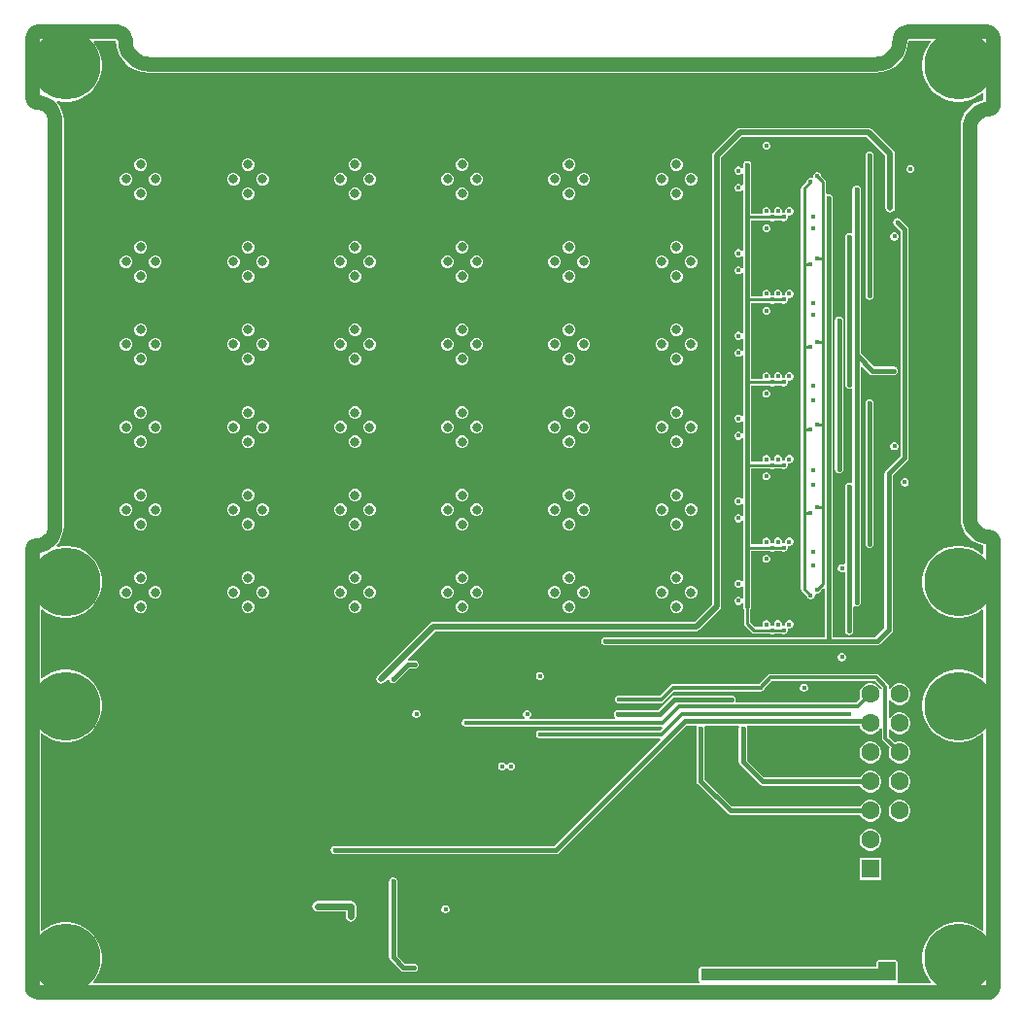
<source format=gbr>
G04*
G04 #@! TF.GenerationSoftware,Altium Limited,Altium Designer,24.1.2 (44)*
G04*
G04 Layer_Physical_Order=3*
G04 Layer_Color=16440176*
%FSLAX44Y44*%
%MOMM*%
G71*
G04*
G04 #@! TF.SameCoordinates,5314DEDE-577F-4EBF-A64F-C18D5B13DC84*
G04*
G04*
G04 #@! TF.FilePolarity,Positive*
G04*
G01*
G75*
%ADD10C,0.4000*%
%ADD12C,0.2540*%
%ADD13C,1.2700*%
%ADD21C,0.5000*%
%ADD22C,0.6000*%
%ADD23C,0.3000*%
%ADD24C,0.8000*%
%ADD25C,0.4000*%
%ADD26C,1.2000*%
%ADD27C,6.0000*%
%ADD28C,1.6000*%
%ADD29R,1.6000X1.6000*%
%ADD31C,0.3500*%
%ADD32R,1.5240X0.7620*%
%ADD33R,17.0180X1.0160*%
G36*
X789839Y834973D02*
X789930Y834462D01*
X787059Y830510D01*
X784808Y826092D01*
X783276Y821376D01*
X782500Y816479D01*
Y811521D01*
X783276Y806624D01*
X784808Y801908D01*
X787059Y797490D01*
X789973Y793479D01*
X793479Y789973D01*
X797490Y787059D01*
X801908Y784808D01*
X806624Y783276D01*
X811521Y782500D01*
X816479D01*
X821376Y783276D01*
X826092Y784808D01*
X830510Y787059D01*
X834462Y789930D01*
X834973Y789839D01*
X835732Y789525D01*
Y783897D01*
X835257Y783850D01*
X830695Y782466D01*
X826491Y780219D01*
X822806Y777195D01*
X819782Y773510D01*
X817535Y769306D01*
X816151Y764744D01*
X815704Y760208D01*
X815704D01*
X815732Y758954D01*
Y652286D01*
Y612286D01*
Y572286D01*
Y420000D01*
X815683D01*
X816150Y415256D01*
X817534Y410694D01*
X819781Y406490D01*
X822805Y402805D01*
X826490Y399781D01*
X830694Y397534D01*
X835256Y396150D01*
X835732Y396103D01*
Y388475D01*
X834973Y388161D01*
X834462Y388070D01*
X830510Y390941D01*
X826092Y393192D01*
X821376Y394724D01*
X816479Y395500D01*
X811521D01*
X806624Y394724D01*
X801908Y393192D01*
X797490Y390941D01*
X793479Y388027D01*
X789973Y384521D01*
X787059Y380510D01*
X784808Y376092D01*
X783276Y371376D01*
X782500Y366479D01*
Y361521D01*
X783276Y356624D01*
X784808Y351908D01*
X787059Y347490D01*
X789973Y343479D01*
X793479Y339973D01*
X797490Y337059D01*
X801908Y334808D01*
X806624Y333276D01*
X811521Y332500D01*
X816479D01*
X821376Y333276D01*
X826092Y334808D01*
X830510Y337059D01*
X834462Y339930D01*
X834973Y339839D01*
X835732Y339525D01*
X835732Y280475D01*
X834973Y280161D01*
X834462Y280070D01*
X830510Y282941D01*
X826092Y285192D01*
X821376Y286724D01*
X816479Y287500D01*
X811521D01*
X806624Y286724D01*
X801908Y285192D01*
X797490Y282941D01*
X793479Y280027D01*
X789973Y276521D01*
X787059Y272510D01*
X784808Y268092D01*
X783276Y263376D01*
X782500Y258479D01*
Y253521D01*
X783276Y248624D01*
X784808Y243908D01*
X787059Y239490D01*
X789973Y235479D01*
X793479Y231973D01*
X797490Y229059D01*
X801908Y226808D01*
X806624Y225276D01*
X811521Y224500D01*
X816479D01*
X821376Y225276D01*
X826092Y226808D01*
X830510Y229059D01*
X834462Y231930D01*
X834973Y231839D01*
X835732Y231525D01*
X835732Y60475D01*
X834973Y60161D01*
X834462Y60070D01*
X830510Y62941D01*
X826092Y65192D01*
X821376Y66724D01*
X816479Y67500D01*
X811521D01*
X806624Y66724D01*
X801908Y65192D01*
X797490Y62941D01*
X793479Y60027D01*
X789973Y56521D01*
X787059Y52510D01*
X784808Y48092D01*
X783276Y43376D01*
X782500Y38479D01*
Y33521D01*
X783276Y28624D01*
X784808Y23908D01*
X787059Y19490D01*
X789930Y15538D01*
X789839Y15027D01*
X789525Y14268D01*
X761173D01*
X760681Y15538D01*
X761084Y16510D01*
Y26670D01*
Y33020D01*
X760608Y34168D01*
X759460Y34644D01*
X744220D01*
X743072Y34168D01*
X742596Y33020D01*
Y28294D01*
X589280D01*
X588132Y27818D01*
X587656Y26670D01*
Y16510D01*
X588059Y15538D01*
X587567Y14268D01*
X60475Y14268D01*
X60161Y15027D01*
X60070Y15538D01*
X62941Y19490D01*
X65192Y23908D01*
X66724Y28624D01*
X67500Y33521D01*
Y38479D01*
X66724Y43376D01*
X65192Y48092D01*
X62941Y52510D01*
X60027Y56521D01*
X56521Y60027D01*
X52510Y62941D01*
X48092Y65192D01*
X43376Y66724D01*
X38479Y67500D01*
X33521D01*
X28624Y66724D01*
X23908Y65192D01*
X19490Y62941D01*
X15538Y60070D01*
X15027Y60161D01*
X14268Y60475D01*
X14268Y231525D01*
X15027Y231839D01*
X15538Y231930D01*
X19490Y229059D01*
X23908Y226808D01*
X28624Y225276D01*
X33521Y224500D01*
X38479D01*
X43376Y225276D01*
X48092Y226808D01*
X52510Y229059D01*
X56521Y231973D01*
X60027Y235479D01*
X62941Y239490D01*
X65192Y243908D01*
X66724Y248624D01*
X67500Y253521D01*
Y258479D01*
X66724Y263376D01*
X65192Y268092D01*
X62941Y272510D01*
X60027Y276521D01*
X56521Y280027D01*
X52510Y282941D01*
X48092Y285192D01*
X43376Y286724D01*
X38479Y287500D01*
X33521D01*
X28624Y286724D01*
X23908Y285192D01*
X19490Y282941D01*
X15538Y280070D01*
X15027Y280161D01*
X14268Y280475D01*
Y339525D01*
X15027Y339839D01*
X15538Y339930D01*
X19490Y337059D01*
X23908Y334808D01*
X28624Y333276D01*
X33521Y332500D01*
X38479D01*
X43376Y333276D01*
X48092Y334808D01*
X52510Y337059D01*
X56521Y339973D01*
X60027Y343479D01*
X62941Y347490D01*
X65192Y351908D01*
X66724Y356624D01*
X67500Y361521D01*
Y366479D01*
X66724Y371376D01*
X65192Y376092D01*
X62941Y380510D01*
X60027Y384521D01*
X56521Y388027D01*
X52510Y390941D01*
X48092Y393192D01*
X43376Y394724D01*
X38479Y395500D01*
X33521D01*
X28624Y394724D01*
X28344Y394634D01*
X27598Y395727D01*
X30219Y398920D01*
X32466Y403124D01*
X33850Y407686D01*
X34317Y412430D01*
X34268D01*
Y766130D01*
X34317D01*
X33850Y770874D01*
X32466Y775436D01*
X30219Y779640D01*
X28225Y782070D01*
X28394Y782580D01*
X28916Y783229D01*
X33521Y782500D01*
X38479D01*
X43376Y783276D01*
X48092Y784808D01*
X52510Y787059D01*
X56521Y789973D01*
X60027Y793479D01*
X62941Y797490D01*
X65192Y801908D01*
X66724Y806624D01*
X67500Y811521D01*
Y816479D01*
X66724Y821376D01*
X65192Y826092D01*
X62941Y830510D01*
X60070Y834462D01*
X60161Y834973D01*
X60475Y835732D01*
X79734Y835732D01*
X80061Y831575D01*
X81097Y827259D01*
X82796Y823158D01*
X85115Y819373D01*
X87998Y815998D01*
X91373Y813115D01*
X95158Y810796D01*
X99259Y809097D01*
X103575Y808061D01*
X108000Y807713D01*
Y807732D01*
X742000D01*
Y807713D01*
X746425Y808061D01*
X750741Y809097D01*
X754842Y810796D01*
X758627Y813115D01*
X762002Y815998D01*
X764885Y819373D01*
X767204Y823158D01*
X768903Y827259D01*
X769939Y831575D01*
X770266Y835732D01*
X789525D01*
X789839Y834973D01*
D02*
G37*
%LPC*%
G36*
X735676Y759728D02*
X735676Y759728D01*
X623570D01*
X623570Y759728D01*
X622009Y759418D01*
X620686Y758534D01*
X620686Y758534D01*
X600366Y738214D01*
X599482Y736891D01*
X599172Y735330D01*
X599172Y735330D01*
Y344589D01*
X583781Y329198D01*
X356470Y329198D01*
X356470Y329198D01*
X354909Y328888D01*
X353586Y328004D01*
X307866Y282284D01*
X306982Y280961D01*
X306672Y279400D01*
X306982Y277839D01*
X307866Y276516D01*
X309189Y275632D01*
X310750Y275322D01*
X312311Y275632D01*
X313634Y276516D01*
X316541Y279423D01*
X316593Y279422D01*
X317476Y279156D01*
X317810Y278896D01*
Y278704D01*
X317945Y278379D01*
X318013Y278034D01*
X318208Y277742D01*
X318343Y277417D01*
X318591Y277169D01*
X318787Y276877D01*
X319079Y276681D01*
X319327Y276433D01*
X319652Y276298D01*
X319944Y276103D01*
X320289Y276035D01*
X320614Y275900D01*
X320965D01*
X321310Y275831D01*
X321655Y275900D01*
X322006D01*
X322331Y276035D01*
X322676Y276103D01*
X322968Y276298D01*
X323293Y276433D01*
X323541Y276681D01*
X323833Y276877D01*
X335468Y288511D01*
X339874D01*
X341240Y288783D01*
X342397Y289557D01*
X343171Y290714D01*
X343287Y291300D01*
X343374Y291509D01*
Y291735D01*
X343442Y292080D01*
X343374Y292425D01*
Y292901D01*
X343191Y293342D01*
X343171Y293445D01*
X343112Y293534D01*
X342841Y294188D01*
X341856Y295172D01*
X340570Y295705D01*
X339178D01*
X339041Y295648D01*
X334562D01*
X334036Y296918D01*
X358159Y321042D01*
X585470Y321042D01*
X585470Y321042D01*
X587031Y321352D01*
X588354Y322236D01*
X606134Y340016D01*
X606134Y340016D01*
X607018Y341339D01*
X607328Y342900D01*
Y733641D01*
X625259Y751572D01*
X733987D01*
X750302Y735257D01*
Y690080D01*
X750612Y688519D01*
X751496Y687196D01*
X752819Y686312D01*
X754380Y686002D01*
X755941Y686312D01*
X757264Y687196D01*
X758148Y688519D01*
X758458Y690080D01*
Y736946D01*
X758148Y738507D01*
X757264Y739830D01*
X757264Y739830D01*
X738560Y758534D01*
X737237Y759418D01*
X736978Y759469D01*
X735676Y759728D01*
D02*
G37*
G36*
X647326Y747720D02*
X645934D01*
X644647Y747187D01*
X643663Y746203D01*
X643130Y744916D01*
Y743524D01*
X643663Y742237D01*
X644647Y741253D01*
X645934Y740720D01*
X647326D01*
X648613Y741253D01*
X649597Y742237D01*
X650130Y743524D01*
Y744916D01*
X649597Y746203D01*
X648613Y747187D01*
X647326Y747720D01*
D02*
G37*
G36*
X629920Y731068D02*
X629575Y731000D01*
X629224D01*
X628899Y730865D01*
X628554Y730797D01*
X628262Y730602D01*
X627937Y730467D01*
X627689Y730219D01*
X627397Y730023D01*
X627201Y729731D01*
X626953Y729482D01*
X626818Y729158D01*
X626623Y728866D01*
X626554Y728521D01*
X626420Y728196D01*
Y727845D01*
X626351Y727500D01*
Y725058D01*
X625960Y724850D01*
X625081Y724668D01*
X624283Y725467D01*
X622996Y726000D01*
X621604D01*
X620317Y725467D01*
X619333Y724482D01*
X618800Y723196D01*
Y721804D01*
X619333Y720517D01*
X620317Y719533D01*
X621604Y719000D01*
X622996D01*
X624283Y719533D01*
X625081Y720332D01*
X625960Y720150D01*
X626351Y719942D01*
Y710058D01*
X625960Y709850D01*
X625081Y709668D01*
X624283Y710467D01*
X622996Y711000D01*
X621604D01*
X620317Y710467D01*
X619333Y709482D01*
X618800Y708196D01*
Y706804D01*
X619333Y705517D01*
X620317Y704533D01*
X621604Y704000D01*
X622996D01*
X624283Y704533D01*
X625081Y705332D01*
X625960Y705150D01*
X626351Y704942D01*
Y702500D01*
Y681990D01*
Y655500D01*
Y653058D01*
X625960Y652850D01*
X625081Y652668D01*
X624283Y653467D01*
X622996Y654000D01*
X621604D01*
X620317Y653467D01*
X619333Y652483D01*
X618800Y651196D01*
Y649804D01*
X619333Y648517D01*
X620317Y647533D01*
X621604Y647000D01*
X622996D01*
X624283Y647533D01*
X625081Y648332D01*
X625960Y648150D01*
X626351Y647942D01*
Y638058D01*
X625960Y637850D01*
X625081Y637668D01*
X624283Y638467D01*
X622996Y639000D01*
X621604D01*
X620317Y638467D01*
X619333Y637482D01*
X618800Y636196D01*
Y634804D01*
X619333Y633517D01*
X620317Y632533D01*
X621604Y632000D01*
X622996D01*
X624283Y632533D01*
X625081Y633332D01*
X625960Y633150D01*
X626351Y632942D01*
Y630500D01*
Y610870D01*
Y583500D01*
Y581058D01*
X625960Y580850D01*
X625081Y580668D01*
X624283Y581467D01*
X622996Y582000D01*
X621604D01*
X620317Y581467D01*
X619333Y580483D01*
X618800Y579196D01*
Y577804D01*
X619333Y576517D01*
X620317Y575533D01*
X621604Y575000D01*
X622996D01*
X624283Y575533D01*
X625081Y576332D01*
X625960Y576150D01*
X626351Y575942D01*
Y566058D01*
X625960Y565850D01*
X625081Y565668D01*
X624283Y566467D01*
X622996Y567000D01*
X621604D01*
X620317Y566467D01*
X619333Y565482D01*
X618800Y564196D01*
Y562804D01*
X619333Y561517D01*
X620317Y560533D01*
X621604Y560000D01*
X622996D01*
X624283Y560533D01*
X625081Y561332D01*
X625960Y561150D01*
X626351Y560942D01*
Y558500D01*
Y538480D01*
Y511500D01*
Y509058D01*
X625960Y508850D01*
X625081Y508668D01*
X624283Y509467D01*
X622996Y510000D01*
X621604D01*
X620317Y509467D01*
X619333Y508483D01*
X618800Y507196D01*
Y505804D01*
X619333Y504517D01*
X620317Y503533D01*
X621604Y503000D01*
X622996D01*
X624283Y503533D01*
X625081Y504332D01*
X625960Y504150D01*
X626351Y503942D01*
Y494058D01*
X625960Y493850D01*
X625081Y493668D01*
X624283Y494467D01*
X622996Y495000D01*
X621604D01*
X620317Y494467D01*
X619333Y493483D01*
X618800Y492196D01*
Y490804D01*
X619333Y489517D01*
X620317Y488533D01*
X621604Y488000D01*
X622996D01*
X624283Y488533D01*
X625081Y489332D01*
X625960Y489150D01*
X626351Y488942D01*
Y486500D01*
Y466090D01*
Y439500D01*
Y437058D01*
X625960Y436850D01*
X625081Y436668D01*
X624283Y437467D01*
X622996Y438000D01*
X621604D01*
X620317Y437467D01*
X619333Y436483D01*
X618800Y435196D01*
Y433804D01*
X619333Y432517D01*
X620317Y431533D01*
X621604Y431000D01*
X622996D01*
X624283Y431533D01*
X625081Y432332D01*
X625960Y432150D01*
X626351Y431942D01*
Y422058D01*
X625960Y421850D01*
X625081Y421668D01*
X624283Y422467D01*
X622996Y423000D01*
X621604D01*
X620317Y422467D01*
X619333Y421483D01*
X618800Y420196D01*
Y418804D01*
X619333Y417517D01*
X620317Y416533D01*
X621604Y416000D01*
X622996D01*
X624283Y416533D01*
X625081Y417332D01*
X625960Y417150D01*
X626351Y416942D01*
Y414500D01*
Y394970D01*
Y367500D01*
Y365058D01*
X625960Y364850D01*
X625081Y364668D01*
X624283Y365467D01*
X622996Y366000D01*
X621604D01*
X620317Y365467D01*
X619333Y364483D01*
X618800Y363196D01*
Y361804D01*
X619333Y360517D01*
X620317Y359533D01*
X621604Y359000D01*
X622996D01*
X624283Y359533D01*
X625081Y360332D01*
X625960Y360150D01*
X626351Y359942D01*
Y350058D01*
X625960Y349850D01*
X625081Y349668D01*
X624283Y350467D01*
X622996Y351000D01*
X621604D01*
X620317Y350467D01*
X619333Y349483D01*
X618800Y348196D01*
Y346804D01*
X619333Y345517D01*
X620317Y344533D01*
X621604Y344000D01*
X622996D01*
X624283Y344533D01*
X625081Y345332D01*
X625960Y345150D01*
X626351Y344942D01*
Y342500D01*
X626420Y342155D01*
Y341804D01*
X626554Y341479D01*
X626623Y341134D01*
X626818Y340842D01*
X626953Y340517D01*
X627096Y340374D01*
Y327660D01*
X627096Y327660D01*
X627311Y326579D01*
X627923Y325663D01*
X633593Y319993D01*
X633593Y319993D01*
X634509Y319381D01*
X635590Y319166D01*
X635590Y319166D01*
X649504D01*
X649647Y319023D01*
X650934Y318490D01*
X652326D01*
X653613Y319023D01*
X653755Y319166D01*
X659504D01*
X659647Y319023D01*
X660934Y318490D01*
X662326D01*
X663613Y319023D01*
X664597Y320008D01*
X665130Y321294D01*
Y322528D01*
X665506Y323016D01*
X666139Y323570D01*
X667326D01*
X668613Y324103D01*
X669597Y325088D01*
X670130Y326374D01*
Y327766D01*
X669597Y329053D01*
X668613Y330037D01*
X667326Y330570D01*
X665934D01*
X664647Y330037D01*
X663663Y329053D01*
X663130Y327766D01*
Y326532D01*
X662754Y326044D01*
X662121Y325490D01*
X661139D01*
X660506Y326044D01*
X660130Y326532D01*
Y327766D01*
X659597Y329053D01*
X658613Y330037D01*
X657326Y330570D01*
X655934D01*
X654647Y330037D01*
X653663Y329053D01*
X653130Y327766D01*
Y326532D01*
X652754Y326044D01*
X652121Y325490D01*
X651139D01*
X650506Y326044D01*
X650130Y326532D01*
Y327766D01*
X649597Y329053D01*
X648613Y330037D01*
X647326Y330570D01*
X645934D01*
X644647Y330037D01*
X643663Y329053D01*
X643130Y327766D01*
Y326374D01*
X643250Y326084D01*
X642401Y324814D01*
X636760D01*
X632744Y328830D01*
Y340374D01*
X632887Y340517D01*
X633022Y340842D01*
X633217Y341134D01*
X633285Y341479D01*
X633420Y341804D01*
Y342155D01*
X633489Y342500D01*
Y355000D01*
Y367500D01*
Y391166D01*
X649504D01*
X649647Y391023D01*
X650934Y390490D01*
X652326D01*
X653613Y391023D01*
X653755Y391166D01*
X659504D01*
X659647Y391023D01*
X660934Y390490D01*
X662326D01*
X663613Y391023D01*
X664597Y392007D01*
X665130Y393294D01*
Y394528D01*
X665506Y395016D01*
X666139Y395570D01*
X667326D01*
X668613Y396103D01*
X669597Y397088D01*
X670130Y398374D01*
Y399766D01*
X669597Y401053D01*
X668613Y402037D01*
X667326Y402570D01*
X665934D01*
X664647Y402037D01*
X663663Y401053D01*
X663130Y399766D01*
Y398532D01*
X662754Y398044D01*
X662121Y397490D01*
X661139D01*
X660506Y398044D01*
X660130Y398532D01*
Y399766D01*
X659597Y401053D01*
X658613Y402037D01*
X657326Y402570D01*
X655934D01*
X654647Y402037D01*
X653663Y401053D01*
X653130Y399766D01*
Y398532D01*
X652754Y398044D01*
X652121Y397490D01*
X651139D01*
X650506Y398044D01*
X650130Y398532D01*
Y399766D01*
X649597Y401053D01*
X648613Y402037D01*
X647326Y402570D01*
X645934D01*
X644647Y402037D01*
X643663Y401053D01*
X643130Y399766D01*
Y398374D01*
X643250Y398084D01*
X642401Y396814D01*
X633489D01*
Y414500D01*
Y427000D01*
Y439500D01*
Y463166D01*
X649504D01*
X649647Y463023D01*
X650934Y462490D01*
X652326D01*
X653613Y463023D01*
X653755Y463166D01*
X659504D01*
X659647Y463023D01*
X660934Y462490D01*
X662326D01*
X663613Y463023D01*
X664597Y464007D01*
X665130Y465294D01*
Y466528D01*
X665506Y467016D01*
X666139Y467570D01*
X667326D01*
X668613Y468103D01*
X669597Y469087D01*
X670130Y470374D01*
Y471766D01*
X669597Y473053D01*
X668613Y474037D01*
X667326Y474570D01*
X665934D01*
X664647Y474037D01*
X663663Y473053D01*
X663130Y471766D01*
Y470532D01*
X662754Y470044D01*
X662121Y469490D01*
X661139D01*
X660506Y470044D01*
X660130Y470532D01*
Y471766D01*
X659597Y473053D01*
X658613Y474037D01*
X657326Y474570D01*
X655934D01*
X654647Y474037D01*
X653663Y473053D01*
X653130Y471766D01*
Y470532D01*
X652754Y470044D01*
X652121Y469490D01*
X651139D01*
X650506Y470044D01*
X650130Y470532D01*
Y471766D01*
X649597Y473053D01*
X648613Y474037D01*
X647326Y474570D01*
X645934D01*
X644647Y474037D01*
X643663Y473053D01*
X643130Y471766D01*
Y470374D01*
X643250Y470084D01*
X642401Y468814D01*
X633489D01*
Y486500D01*
Y499000D01*
Y511500D01*
Y535166D01*
X649504D01*
X649647Y535023D01*
X650934Y534490D01*
X652326D01*
X653613Y535023D01*
X653755Y535166D01*
X659504D01*
X659647Y535023D01*
X660934Y534490D01*
X662326D01*
X663613Y535023D01*
X664597Y536007D01*
X665130Y537294D01*
Y538528D01*
X665506Y539016D01*
X666139Y539570D01*
X667326D01*
X668613Y540103D01*
X669597Y541087D01*
X670130Y542374D01*
Y543766D01*
X669597Y545053D01*
X668613Y546037D01*
X667326Y546570D01*
X665934D01*
X664647Y546037D01*
X663663Y545053D01*
X663130Y543766D01*
Y542532D01*
X662754Y542044D01*
X662121Y541490D01*
X661139D01*
X660506Y542044D01*
X660130Y542532D01*
Y543766D01*
X659597Y545053D01*
X658613Y546037D01*
X657326Y546570D01*
X655934D01*
X654647Y546037D01*
X653663Y545053D01*
X653130Y543766D01*
Y542532D01*
X652754Y542044D01*
X652121Y541490D01*
X651139D01*
X650506Y542044D01*
X650130Y542532D01*
Y543766D01*
X649597Y545053D01*
X648613Y546037D01*
X647326Y546570D01*
X645934D01*
X644647Y546037D01*
X643663Y545053D01*
X643130Y543766D01*
Y542374D01*
X643250Y542084D01*
X642401Y540814D01*
X633489D01*
Y558500D01*
Y571000D01*
Y583500D01*
Y607166D01*
X649504D01*
X649647Y607023D01*
X650934Y606490D01*
X652326D01*
X653613Y607023D01*
X653755Y607166D01*
X659504D01*
X659647Y607023D01*
X660934Y606490D01*
X662326D01*
X663613Y607023D01*
X664597Y608007D01*
X665130Y609294D01*
Y610528D01*
X665506Y611016D01*
X666139Y611570D01*
X667326D01*
X668613Y612103D01*
X669597Y613087D01*
X670130Y614374D01*
Y615766D01*
X669597Y617053D01*
X668613Y618037D01*
X667326Y618570D01*
X665934D01*
X664647Y618037D01*
X663663Y617053D01*
X663130Y615766D01*
Y614532D01*
X662754Y614044D01*
X662121Y613490D01*
X661139D01*
X660506Y614044D01*
X660130Y614532D01*
Y615766D01*
X659597Y617053D01*
X658613Y618037D01*
X657326Y618570D01*
X655934D01*
X654647Y618037D01*
X653663Y617053D01*
X653130Y615766D01*
Y614532D01*
X652754Y614044D01*
X652121Y613490D01*
X651139D01*
X650506Y614044D01*
X650130Y614532D01*
Y615766D01*
X649597Y617053D01*
X648613Y618037D01*
X647326Y618570D01*
X645934D01*
X644647Y618037D01*
X643663Y617053D01*
X643130Y615766D01*
Y614374D01*
X643250Y614084D01*
X642401Y612814D01*
X633489D01*
Y630500D01*
Y643000D01*
Y655500D01*
Y679166D01*
X649504D01*
X649647Y679023D01*
X650934Y678490D01*
X652326D01*
X653613Y679023D01*
X653755Y679166D01*
X659504D01*
X659647Y679023D01*
X660934Y678490D01*
X662326D01*
X663613Y679023D01*
X664597Y680007D01*
X665130Y681294D01*
Y682528D01*
X665506Y683016D01*
X666139Y683570D01*
X667326D01*
X668613Y684103D01*
X669597Y685087D01*
X670130Y686374D01*
Y687766D01*
X669597Y689053D01*
X668613Y690037D01*
X667326Y690570D01*
X665934D01*
X664647Y690037D01*
X663663Y689053D01*
X663130Y687766D01*
Y686532D01*
X662754Y686044D01*
X662121Y685490D01*
X661139D01*
X660506Y686044D01*
X660130Y686532D01*
Y687766D01*
X659597Y689053D01*
X658613Y690037D01*
X657326Y690570D01*
X655934D01*
X654647Y690037D01*
X653663Y689053D01*
X653130Y687766D01*
Y686532D01*
X652754Y686044D01*
X652121Y685490D01*
X651139D01*
X650506Y686044D01*
X650130Y686532D01*
Y687766D01*
X649597Y689053D01*
X648613Y690037D01*
X647326Y690570D01*
X645934D01*
X644647Y690037D01*
X643663Y689053D01*
X643130Y687766D01*
Y686374D01*
X643250Y686084D01*
X642401Y684814D01*
X633489D01*
Y702500D01*
Y715000D01*
Y727500D01*
X633420Y727845D01*
Y728196D01*
X633285Y728521D01*
X633217Y728866D01*
X633022Y729158D01*
X632887Y729482D01*
X632639Y729731D01*
X632443Y730023D01*
X632151Y730219D01*
X631903Y730467D01*
X631578Y730602D01*
X631286Y730797D01*
X630941Y730865D01*
X630616Y731000D01*
X630265D01*
X629920Y731068D01*
D02*
G37*
G36*
X569194Y733200D02*
X567006D01*
X564985Y732363D01*
X563437Y730815D01*
X562600Y728794D01*
Y726606D01*
X563437Y724584D01*
X564985Y723037D01*
X567006Y722200D01*
X569194D01*
X571216Y723037D01*
X572763Y724584D01*
X573600Y726606D01*
Y728794D01*
X572763Y730815D01*
X571216Y732363D01*
X569194Y733200D01*
D02*
G37*
G36*
X475854D02*
X473666D01*
X471645Y732363D01*
X470097Y730815D01*
X469260Y728794D01*
Y726606D01*
X470097Y724584D01*
X471645Y723037D01*
X473666Y722200D01*
X475854D01*
X477876Y723037D01*
X479423Y724584D01*
X480260Y726606D01*
Y728794D01*
X479423Y730815D01*
X477876Y732363D01*
X475854Y733200D01*
D02*
G37*
G36*
X382514D02*
X380326D01*
X378304Y732363D01*
X376757Y730815D01*
X375920Y728794D01*
Y726606D01*
X376757Y724584D01*
X378304Y723037D01*
X380326Y722200D01*
X382514D01*
X384535Y723037D01*
X386083Y724584D01*
X386920Y726606D01*
Y728794D01*
X386083Y730815D01*
X384535Y732363D01*
X382514Y733200D01*
D02*
G37*
G36*
X289174D02*
X286986D01*
X284965Y732363D01*
X283417Y730815D01*
X282580Y728794D01*
Y726606D01*
X283417Y724584D01*
X284965Y723037D01*
X286986Y722200D01*
X289174D01*
X291196Y723037D01*
X292743Y724584D01*
X293580Y726606D01*
Y728794D01*
X292743Y730815D01*
X291196Y732363D01*
X289174Y733200D01*
D02*
G37*
G36*
X195834D02*
X193646D01*
X191625Y732363D01*
X190077Y730815D01*
X189240Y728794D01*
Y726606D01*
X190077Y724584D01*
X191625Y723037D01*
X193646Y722200D01*
X195834D01*
X197855Y723037D01*
X199403Y724584D01*
X200240Y726606D01*
Y728794D01*
X199403Y730815D01*
X197855Y732363D01*
X195834Y733200D01*
D02*
G37*
G36*
X102494D02*
X100306D01*
X98285Y732363D01*
X96737Y730815D01*
X95900Y728794D01*
Y726606D01*
X96737Y724584D01*
X98285Y723037D01*
X100306Y722200D01*
X102494D01*
X104515Y723037D01*
X106063Y724584D01*
X106900Y726606D01*
Y728794D01*
X106063Y730815D01*
X104515Y732363D01*
X102494Y733200D01*
D02*
G37*
G36*
X772856Y727400D02*
X771464D01*
X770177Y726867D01*
X769193Y725883D01*
X768660Y724596D01*
Y723204D01*
X769193Y721917D01*
X770177Y720933D01*
X771464Y720400D01*
X772856D01*
X774143Y720933D01*
X775127Y721917D01*
X775660Y723204D01*
Y724596D01*
X775127Y725883D01*
X774143Y726867D01*
X772856Y727400D01*
D02*
G37*
G36*
X691576Y721000D02*
X690184D01*
X688897Y720467D01*
X687913Y719482D01*
X687380Y718196D01*
Y716804D01*
X687402Y716751D01*
X686430Y715779D01*
X685896Y716000D01*
X684504D01*
X683218Y715467D01*
X682233Y714482D01*
X681700Y713196D01*
Y712994D01*
X677453Y708747D01*
X676841Y707831D01*
X676626Y706750D01*
X676626Y706750D01*
Y640500D01*
Y568500D01*
Y496570D01*
X676626Y496570D01*
X676626Y496570D01*
Y424180D01*
X676626Y424180D01*
X676626Y424180D01*
Y358250D01*
X676626Y358250D01*
X676841Y357169D01*
X677453Y356253D01*
X681700Y352006D01*
Y351804D01*
X682233Y350517D01*
X683218Y349533D01*
X684504Y349000D01*
X685896D01*
X687183Y349533D01*
X688167Y350517D01*
X688700Y351804D01*
Y353196D01*
X688678Y353249D01*
X689650Y354221D01*
X690184Y354000D01*
X691576D01*
X692863Y354533D01*
X693847Y355517D01*
X694380Y356804D01*
Y357006D01*
X696297Y358923D01*
X697470Y358437D01*
Y339205D01*
Y315989D01*
X506198Y315989D01*
X505853Y315920D01*
X505502D01*
X505177Y315785D01*
X504832Y315717D01*
X504540Y315522D01*
X504215Y315387D01*
X503967Y315139D01*
X503674Y314943D01*
X503479Y314651D01*
X503231Y314403D01*
X503096Y314078D01*
X502901Y313786D01*
X502832Y313441D01*
X502698Y313116D01*
Y312765D01*
X502629Y312420D01*
X502698Y312075D01*
Y311724D01*
X502832Y311399D01*
X502901Y311054D01*
X503096Y310762D01*
X503231Y310437D01*
X503479Y310189D01*
X503674Y309897D01*
X503967Y309701D01*
X504215Y309453D01*
X504540Y309318D01*
X504832Y309123D01*
X505177Y309054D01*
X505502Y308920D01*
X505853D01*
X506198Y308851D01*
X701039Y308851D01*
X742950D01*
X744316Y309123D01*
X745473Y309897D01*
X755633Y320057D01*
X756407Y321214D01*
X756679Y322580D01*
Y456992D01*
X769603Y469917D01*
X770377Y471074D01*
X770649Y472440D01*
Y515620D01*
Y671230D01*
X770377Y672596D01*
X769603Y673753D01*
X763253Y680103D01*
X762961Y680299D01*
X762713Y680547D01*
X762388Y680682D01*
X762096Y680877D01*
X761751Y680946D01*
X761426Y681080D01*
X761075D01*
X760730Y681149D01*
X760385Y681080D01*
X760034D01*
X759709Y680946D01*
X759364Y680877D01*
X759072Y680682D01*
X758747Y680547D01*
X758499Y680299D01*
X758207Y680103D01*
X758011Y679811D01*
X757763Y679563D01*
X757628Y679238D01*
X757433Y678946D01*
X757365Y678601D01*
X757230Y678276D01*
Y677925D01*
X757161Y677580D01*
X757230Y677235D01*
Y676884D01*
X757365Y676559D01*
X757433Y676214D01*
X757628Y675922D01*
X757763Y675597D01*
X758011Y675349D01*
X758207Y675057D01*
X763511Y669752D01*
Y515620D01*
Y473918D01*
X750587Y460993D01*
X749813Y459836D01*
X749541Y458470D01*
Y324058D01*
X741472Y315989D01*
X704607D01*
Y339205D01*
Y411046D01*
Y482886D01*
Y554727D01*
Y626567D01*
Y698407D01*
X704539Y698752D01*
Y699104D01*
X704404Y699428D01*
X704336Y699773D01*
X704140Y700065D01*
X704006Y700390D01*
X703757Y700639D01*
X703562Y700931D01*
X703270Y701126D01*
X703021Y701375D01*
X702697Y701509D01*
X702404Y701704D01*
X702060Y701773D01*
X701735Y701907D01*
X701384D01*
X701039Y701976D01*
X700694Y701907D01*
X700343D01*
X700018Y701773D01*
X699047Y702362D01*
X698784Y702638D01*
Y712420D01*
X698784Y712420D01*
X698569Y713501D01*
X697957Y714417D01*
X697957Y714417D01*
X694380Y717994D01*
Y718196D01*
X693847Y719482D01*
X692863Y720467D01*
X691576Y721000D01*
D02*
G37*
G36*
X581894Y720500D02*
X579706D01*
X577685Y719663D01*
X576137Y718115D01*
X575300Y716094D01*
Y713906D01*
X576137Y711884D01*
X577685Y710337D01*
X579706Y709500D01*
X581894D01*
X583915Y710337D01*
X585463Y711884D01*
X586300Y713906D01*
Y716094D01*
X585463Y718115D01*
X583915Y719663D01*
X581894Y720500D01*
D02*
G37*
G36*
X556494D02*
X554306D01*
X552285Y719663D01*
X550737Y718115D01*
X549900Y716094D01*
Y713906D01*
X550737Y711884D01*
X552285Y710337D01*
X554306Y709500D01*
X556494D01*
X558516Y710337D01*
X560063Y711884D01*
X560900Y713906D01*
Y716094D01*
X560063Y718115D01*
X558516Y719663D01*
X556494Y720500D01*
D02*
G37*
G36*
X488554D02*
X486366D01*
X484344Y719663D01*
X482797Y718115D01*
X481960Y716094D01*
Y713906D01*
X482797Y711884D01*
X484344Y710337D01*
X486366Y709500D01*
X488554D01*
X490575Y710337D01*
X492123Y711884D01*
X492960Y713906D01*
Y716094D01*
X492123Y718115D01*
X490575Y719663D01*
X488554Y720500D01*
D02*
G37*
G36*
X463154D02*
X460966D01*
X458945Y719663D01*
X457397Y718115D01*
X456560Y716094D01*
Y713906D01*
X457397Y711884D01*
X458945Y710337D01*
X460966Y709500D01*
X463154D01*
X465176Y710337D01*
X466723Y711884D01*
X467560Y713906D01*
Y716094D01*
X466723Y718115D01*
X465176Y719663D01*
X463154Y720500D01*
D02*
G37*
G36*
X395214D02*
X393026D01*
X391004Y719663D01*
X389457Y718115D01*
X388620Y716094D01*
Y713906D01*
X389457Y711884D01*
X391004Y710337D01*
X393026Y709500D01*
X395214D01*
X397235Y710337D01*
X398783Y711884D01*
X399620Y713906D01*
Y716094D01*
X398783Y718115D01*
X397235Y719663D01*
X395214Y720500D01*
D02*
G37*
G36*
X369814D02*
X367626D01*
X365605Y719663D01*
X364057Y718115D01*
X363220Y716094D01*
Y713906D01*
X364057Y711884D01*
X365605Y710337D01*
X367626Y709500D01*
X369814D01*
X371836Y710337D01*
X373383Y711884D01*
X374220Y713906D01*
Y716094D01*
X373383Y718115D01*
X371836Y719663D01*
X369814Y720500D01*
D02*
G37*
G36*
X301874D02*
X299686D01*
X297665Y719663D01*
X296117Y718115D01*
X295280Y716094D01*
Y713906D01*
X296117Y711884D01*
X297665Y710337D01*
X299686Y709500D01*
X301874D01*
X303895Y710337D01*
X305443Y711884D01*
X306280Y713906D01*
Y716094D01*
X305443Y718115D01*
X303895Y719663D01*
X301874Y720500D01*
D02*
G37*
G36*
X276474D02*
X274286D01*
X272264Y719663D01*
X270717Y718115D01*
X269880Y716094D01*
Y713906D01*
X270717Y711884D01*
X272264Y710337D01*
X274286Y709500D01*
X276474D01*
X278496Y710337D01*
X280043Y711884D01*
X280880Y713906D01*
Y716094D01*
X280043Y718115D01*
X278496Y719663D01*
X276474Y720500D01*
D02*
G37*
G36*
X208534D02*
X206346D01*
X204324Y719663D01*
X202777Y718115D01*
X201940Y716094D01*
Y713906D01*
X202777Y711884D01*
X204324Y710337D01*
X206346Y709500D01*
X208534D01*
X210555Y710337D01*
X212103Y711884D01*
X212940Y713906D01*
Y716094D01*
X212103Y718115D01*
X210555Y719663D01*
X208534Y720500D01*
D02*
G37*
G36*
X183134D02*
X180946D01*
X178925Y719663D01*
X177377Y718115D01*
X176540Y716094D01*
Y713906D01*
X177377Y711884D01*
X178925Y710337D01*
X180946Y709500D01*
X183134D01*
X185156Y710337D01*
X186703Y711884D01*
X187540Y713906D01*
Y716094D01*
X186703Y718115D01*
X185156Y719663D01*
X183134Y720500D01*
D02*
G37*
G36*
X115194D02*
X113006D01*
X110984Y719663D01*
X109437Y718115D01*
X108600Y716094D01*
Y713906D01*
X109437Y711884D01*
X110984Y710337D01*
X113006Y709500D01*
X115194D01*
X117215Y710337D01*
X118763Y711884D01*
X119600Y713906D01*
Y716094D01*
X118763Y718115D01*
X117215Y719663D01*
X115194Y720500D01*
D02*
G37*
G36*
X89794D02*
X87606D01*
X85584Y719663D01*
X84037Y718115D01*
X83200Y716094D01*
Y713906D01*
X84037Y711884D01*
X85584Y710337D01*
X87606Y709500D01*
X89794D01*
X91816Y710337D01*
X93363Y711884D01*
X94200Y713906D01*
Y716094D01*
X93363Y718115D01*
X91816Y719663D01*
X89794Y720500D01*
D02*
G37*
G36*
X569194Y707800D02*
X567006D01*
X564985Y706963D01*
X563437Y705415D01*
X562600Y703394D01*
Y701206D01*
X563437Y699184D01*
X564985Y697637D01*
X567006Y696800D01*
X569194D01*
X571216Y697637D01*
X572763Y699184D01*
X573600Y701206D01*
Y703394D01*
X572763Y705415D01*
X571216Y706963D01*
X569194Y707800D01*
D02*
G37*
G36*
X475854D02*
X473666D01*
X471645Y706963D01*
X470097Y705415D01*
X469260Y703394D01*
Y701206D01*
X470097Y699184D01*
X471645Y697637D01*
X473666Y696800D01*
X475854D01*
X477876Y697637D01*
X479423Y699184D01*
X480260Y701206D01*
Y703394D01*
X479423Y705415D01*
X477876Y706963D01*
X475854Y707800D01*
D02*
G37*
G36*
X382514D02*
X380326D01*
X378304Y706963D01*
X376757Y705415D01*
X375920Y703394D01*
Y701206D01*
X376757Y699184D01*
X378304Y697637D01*
X380326Y696800D01*
X382514D01*
X384535Y697637D01*
X386083Y699184D01*
X386920Y701206D01*
Y703394D01*
X386083Y705415D01*
X384535Y706963D01*
X382514Y707800D01*
D02*
G37*
G36*
X289174D02*
X286986D01*
X284965Y706963D01*
X283417Y705415D01*
X282580Y703394D01*
Y701206D01*
X283417Y699184D01*
X284965Y697637D01*
X286986Y696800D01*
X289174D01*
X291196Y697637D01*
X292743Y699184D01*
X293580Y701206D01*
Y703394D01*
X292743Y705415D01*
X291196Y706963D01*
X289174Y707800D01*
D02*
G37*
G36*
X195834D02*
X193646D01*
X191625Y706963D01*
X190077Y705415D01*
X189240Y703394D01*
Y701206D01*
X190077Y699184D01*
X191625Y697637D01*
X193646Y696800D01*
X195834D01*
X197855Y697637D01*
X199403Y699184D01*
X200240Y701206D01*
Y703394D01*
X199403Y705415D01*
X197855Y706963D01*
X195834Y707800D01*
D02*
G37*
G36*
X102494D02*
X100306D01*
X98285Y706963D01*
X96737Y705415D01*
X95900Y703394D01*
Y701206D01*
X96737Y699184D01*
X98285Y697637D01*
X100306Y696800D01*
X102494D01*
X104515Y697637D01*
X106063Y699184D01*
X106900Y701206D01*
Y703394D01*
X106063Y705415D01*
X104515Y706963D01*
X102494Y707800D01*
D02*
G37*
G36*
X647326Y675720D02*
X645934D01*
X644647Y675187D01*
X643663Y674203D01*
X643130Y672916D01*
Y671524D01*
X643663Y670237D01*
X644647Y669253D01*
X645934Y668720D01*
X647326D01*
X648613Y669253D01*
X649597Y670237D01*
X650130Y671524D01*
Y672916D01*
X649597Y674203D01*
X648613Y675187D01*
X647326Y675720D01*
D02*
G37*
G36*
X725170Y709568D02*
X724825Y709500D01*
X724474D01*
X724149Y709365D01*
X723804Y709297D01*
X723512Y709102D01*
X723187Y708967D01*
X722939Y708718D01*
X722647Y708523D01*
X722451Y708231D01*
X722203Y707982D01*
X722068Y707658D01*
X721873Y707365D01*
X721805Y707021D01*
X721670Y706696D01*
Y706345D01*
X721601Y706000D01*
Y668117D01*
X721454Y667943D01*
X720835Y667542D01*
X720331Y667410D01*
X720186Y667507D01*
X719842Y667576D01*
X719517Y667710D01*
X719166D01*
X718821Y667779D01*
X718476Y667710D01*
X718125D01*
X717800Y667576D01*
X717455Y667507D01*
X717163Y667312D01*
X716838Y667177D01*
X716590Y666929D01*
X716297Y666733D01*
X716102Y666441D01*
X715854Y666193D01*
X715719Y665868D01*
X715524Y665576D01*
X715455Y665231D01*
X715321Y664906D01*
Y664555D01*
X715252Y664210D01*
Y535940D01*
X715321Y535595D01*
Y535244D01*
X715455Y534919D01*
X715524Y534574D01*
X715719Y534282D01*
X715854Y533957D01*
X716102Y533709D01*
X716297Y533417D01*
X716590Y533221D01*
X716838Y532973D01*
X717163Y532838D01*
X717455Y532643D01*
X717800Y532575D01*
X718125Y532440D01*
X718476D01*
X718821Y532371D01*
X719166Y532440D01*
X719517D01*
X719842Y532575D01*
X720186Y532643D01*
X720331Y532740D01*
X720835Y532608D01*
X721454Y532207D01*
X721601Y532033D01*
Y490000D01*
Y450946D01*
X721453Y450772D01*
X720832Y450371D01*
X720331Y450239D01*
X720186Y450337D01*
X719841Y450406D01*
X719516Y450540D01*
X719165D01*
X718820Y450609D01*
X718475Y450540D01*
X718124D01*
X717799Y450406D01*
X717454Y450337D01*
X717162Y450142D01*
X716837Y450007D01*
X716589Y449759D01*
X716297Y449563D01*
X716101Y449271D01*
X715853Y449023D01*
X715718Y448698D01*
X715523Y448406D01*
X715454Y448061D01*
X715320Y447736D01*
Y447385D01*
X715251Y447040D01*
Y379748D01*
X713981Y379082D01*
X713166Y379420D01*
X711774D01*
X710487Y378887D01*
X709503Y377903D01*
X708970Y376616D01*
Y375224D01*
X709503Y373937D01*
X710487Y372953D01*
X711774Y372420D01*
X713166D01*
X713981Y372758D01*
X715251Y372092D01*
Y321311D01*
X715321Y320962D01*
Y320614D01*
X715454Y320292D01*
X715523Y319945D01*
X715720Y319651D01*
X715854Y319327D01*
X716101Y319080D01*
X716297Y318787D01*
X716297Y318787D01*
X716590Y318591D01*
X716838Y318343D01*
X717163Y318208D01*
X717455Y318013D01*
X717800Y317945D01*
X718125Y317810D01*
X718476D01*
X718821Y317741D01*
X719166Y317810D01*
X719517D01*
X719842Y317945D01*
X720186Y318013D01*
X720479Y318208D01*
X720803Y318343D01*
X721052Y318591D01*
X721344Y318787D01*
X721540Y319079D01*
X721788Y319327D01*
X721923Y319652D01*
X722118Y319944D01*
X722186Y320289D01*
X722321Y320614D01*
Y320965D01*
X722389Y321310D01*
X722389Y321314D01*
Y342094D01*
X722537Y342268D01*
X723158Y342669D01*
X723659Y342800D01*
X723804Y342703D01*
X724149Y342635D01*
X724474Y342500D01*
X724825D01*
X725170Y342431D01*
X725515Y342500D01*
X725866D01*
X726191Y342635D01*
X726536Y342703D01*
X726828Y342898D01*
X727153Y343033D01*
X727401Y343281D01*
X727693Y343477D01*
X727889Y343769D01*
X728137Y344017D01*
X728272Y344342D01*
X728467Y344634D01*
X728536Y344979D01*
X728670Y345304D01*
Y345655D01*
X728739Y346000D01*
Y418000D01*
Y490000D01*
Y551725D01*
X729912Y552211D01*
X736617Y545507D01*
X737774Y544733D01*
X739140Y544461D01*
X757580D01*
X757925Y544530D01*
X758276D01*
X758601Y544664D01*
X758946Y544733D01*
X759238Y544928D01*
X759563Y545063D01*
X759811Y545311D01*
X760103Y545507D01*
X760299Y545799D01*
X760547Y546047D01*
X760682Y546372D01*
X760877Y546664D01*
X760945Y547009D01*
X761080Y547334D01*
Y547685D01*
X761149Y548030D01*
X761080Y548375D01*
Y548726D01*
X760945Y549051D01*
X760877Y549396D01*
X760682Y549688D01*
X760547Y550013D01*
X760299Y550261D01*
X760103Y550553D01*
X759811Y550749D01*
X759563Y550997D01*
X759238Y551132D01*
X758946Y551327D01*
X758601Y551395D01*
X758276Y551530D01*
X757925D01*
X757580Y551599D01*
X740618D01*
X728739Y563478D01*
Y634000D01*
Y706000D01*
X728670Y706345D01*
Y706696D01*
X728536Y707021D01*
X728467Y707365D01*
X728272Y707658D01*
X728137Y707982D01*
X727889Y708231D01*
X727693Y708523D01*
X727401Y708718D01*
X727153Y708967D01*
X726828Y709102D01*
X726536Y709297D01*
X726191Y709365D01*
X725866Y709500D01*
X725515D01*
X725170Y709568D01*
D02*
G37*
G36*
X758886Y668580D02*
X757494D01*
X756207Y668047D01*
X755223Y667063D01*
X754690Y665776D01*
Y664384D01*
X755223Y663097D01*
X756207Y662113D01*
X757494Y661580D01*
X758886D01*
X760173Y662113D01*
X761157Y663097D01*
X761690Y664384D01*
Y665776D01*
X761157Y667063D01*
X760173Y668047D01*
X758886Y668580D01*
D02*
G37*
G36*
X569194Y661200D02*
X567006D01*
X564985Y660363D01*
X563437Y658815D01*
X562600Y656794D01*
Y654606D01*
X563437Y652584D01*
X564985Y651037D01*
X567006Y650200D01*
X569194D01*
X571216Y651037D01*
X572763Y652584D01*
X573600Y654606D01*
Y656794D01*
X572763Y658815D01*
X571216Y660363D01*
X569194Y661200D01*
D02*
G37*
G36*
X475854D02*
X473666D01*
X471645Y660363D01*
X470097Y658815D01*
X469260Y656794D01*
Y654606D01*
X470097Y652584D01*
X471645Y651037D01*
X473666Y650200D01*
X475854D01*
X477876Y651037D01*
X479423Y652584D01*
X480260Y654606D01*
Y656794D01*
X479423Y658815D01*
X477876Y660363D01*
X475854Y661200D01*
D02*
G37*
G36*
X382514D02*
X380326D01*
X378304Y660363D01*
X376757Y658815D01*
X375920Y656794D01*
Y654606D01*
X376757Y652584D01*
X378304Y651037D01*
X380326Y650200D01*
X382514D01*
X384535Y651037D01*
X386083Y652584D01*
X386920Y654606D01*
Y656794D01*
X386083Y658815D01*
X384535Y660363D01*
X382514Y661200D01*
D02*
G37*
G36*
X289174D02*
X286986D01*
X284965Y660363D01*
X283417Y658815D01*
X282580Y656794D01*
Y654606D01*
X283417Y652584D01*
X284965Y651037D01*
X286986Y650200D01*
X289174D01*
X291196Y651037D01*
X292743Y652584D01*
X293580Y654606D01*
Y656794D01*
X292743Y658815D01*
X291196Y660363D01*
X289174Y661200D01*
D02*
G37*
G36*
X195834D02*
X193646D01*
X191625Y660363D01*
X190077Y658815D01*
X189240Y656794D01*
Y654606D01*
X190077Y652584D01*
X191625Y651037D01*
X193646Y650200D01*
X195834D01*
X197855Y651037D01*
X199403Y652584D01*
X200240Y654606D01*
Y656794D01*
X199403Y658815D01*
X197855Y660363D01*
X195834Y661200D01*
D02*
G37*
G36*
X102494D02*
X100306D01*
X98285Y660363D01*
X96737Y658815D01*
X95900Y656794D01*
Y654606D01*
X96737Y652584D01*
X98285Y651037D01*
X100306Y650200D01*
X102494D01*
X104515Y651037D01*
X106063Y652584D01*
X106900Y654606D01*
Y656794D01*
X106063Y658815D01*
X104515Y660363D01*
X102494Y661200D01*
D02*
G37*
G36*
X581894Y648500D02*
X579706D01*
X577685Y647663D01*
X576137Y646115D01*
X575300Y644094D01*
Y641906D01*
X576137Y639884D01*
X577685Y638337D01*
X579706Y637500D01*
X581894D01*
X583915Y638337D01*
X585463Y639884D01*
X586300Y641906D01*
Y644094D01*
X585463Y646115D01*
X583915Y647663D01*
X581894Y648500D01*
D02*
G37*
G36*
X556494D02*
X554306D01*
X552285Y647663D01*
X550737Y646115D01*
X549900Y644094D01*
Y641906D01*
X550737Y639884D01*
X552285Y638337D01*
X554306Y637500D01*
X556494D01*
X558516Y638337D01*
X560063Y639884D01*
X560900Y641906D01*
Y644094D01*
X560063Y646115D01*
X558516Y647663D01*
X556494Y648500D01*
D02*
G37*
G36*
X488554D02*
X486366D01*
X484344Y647663D01*
X482797Y646115D01*
X481960Y644094D01*
Y641906D01*
X482797Y639884D01*
X484344Y638337D01*
X486366Y637500D01*
X488554D01*
X490575Y638337D01*
X492123Y639884D01*
X492960Y641906D01*
Y644094D01*
X492123Y646115D01*
X490575Y647663D01*
X488554Y648500D01*
D02*
G37*
G36*
X463154D02*
X460966D01*
X458945Y647663D01*
X457397Y646115D01*
X456560Y644094D01*
Y641906D01*
X457397Y639884D01*
X458945Y638337D01*
X460966Y637500D01*
X463154D01*
X465176Y638337D01*
X466723Y639884D01*
X467560Y641906D01*
Y644094D01*
X466723Y646115D01*
X465176Y647663D01*
X463154Y648500D01*
D02*
G37*
G36*
X395214D02*
X393026D01*
X391004Y647663D01*
X389457Y646115D01*
X388620Y644094D01*
Y641906D01*
X389457Y639884D01*
X391004Y638337D01*
X393026Y637500D01*
X395214D01*
X397235Y638337D01*
X398783Y639884D01*
X399620Y641906D01*
Y644094D01*
X398783Y646115D01*
X397235Y647663D01*
X395214Y648500D01*
D02*
G37*
G36*
X369814D02*
X367626D01*
X365605Y647663D01*
X364057Y646115D01*
X363220Y644094D01*
Y641906D01*
X364057Y639884D01*
X365605Y638337D01*
X367626Y637500D01*
X369814D01*
X371836Y638337D01*
X373383Y639884D01*
X374220Y641906D01*
Y644094D01*
X373383Y646115D01*
X371836Y647663D01*
X369814Y648500D01*
D02*
G37*
G36*
X301874D02*
X299686D01*
X297665Y647663D01*
X296117Y646115D01*
X295280Y644094D01*
Y641906D01*
X296117Y639884D01*
X297665Y638337D01*
X299686Y637500D01*
X301874D01*
X303895Y638337D01*
X305443Y639884D01*
X306280Y641906D01*
Y644094D01*
X305443Y646115D01*
X303895Y647663D01*
X301874Y648500D01*
D02*
G37*
G36*
X276474D02*
X274286D01*
X272264Y647663D01*
X270717Y646115D01*
X269880Y644094D01*
Y641906D01*
X270717Y639884D01*
X272264Y638337D01*
X274286Y637500D01*
X276474D01*
X278496Y638337D01*
X280043Y639884D01*
X280880Y641906D01*
Y644094D01*
X280043Y646115D01*
X278496Y647663D01*
X276474Y648500D01*
D02*
G37*
G36*
X208534D02*
X206346D01*
X204324Y647663D01*
X202777Y646115D01*
X201940Y644094D01*
Y641906D01*
X202777Y639884D01*
X204324Y638337D01*
X206346Y637500D01*
X208534D01*
X210555Y638337D01*
X212103Y639884D01*
X212940Y641906D01*
Y644094D01*
X212103Y646115D01*
X210555Y647663D01*
X208534Y648500D01*
D02*
G37*
G36*
X183134D02*
X180946D01*
X178925Y647663D01*
X177377Y646115D01*
X176540Y644094D01*
Y641906D01*
X177377Y639884D01*
X178925Y638337D01*
X180946Y637500D01*
X183134D01*
X185156Y638337D01*
X186703Y639884D01*
X187540Y641906D01*
Y644094D01*
X186703Y646115D01*
X185156Y647663D01*
X183134Y648500D01*
D02*
G37*
G36*
X115194D02*
X113006D01*
X110984Y647663D01*
X109437Y646115D01*
X108600Y644094D01*
Y641906D01*
X109437Y639884D01*
X110984Y638337D01*
X113006Y637500D01*
X115194D01*
X117215Y638337D01*
X118763Y639884D01*
X119600Y641906D01*
Y644094D01*
X118763Y646115D01*
X117215Y647663D01*
X115194Y648500D01*
D02*
G37*
G36*
X89794D02*
X87606D01*
X85584Y647663D01*
X84037Y646115D01*
X83200Y644094D01*
Y641906D01*
X84037Y639884D01*
X85584Y638337D01*
X87606Y637500D01*
X89794D01*
X91816Y638337D01*
X93363Y639884D01*
X94200Y641906D01*
Y644094D01*
X93363Y646115D01*
X91816Y647663D01*
X89794Y648500D01*
D02*
G37*
G36*
X569194Y635800D02*
X567006D01*
X564985Y634963D01*
X563437Y633415D01*
X562600Y631394D01*
Y629206D01*
X563437Y627184D01*
X564985Y625637D01*
X567006Y624800D01*
X569194D01*
X571216Y625637D01*
X572763Y627184D01*
X573600Y629206D01*
Y631394D01*
X572763Y633415D01*
X571216Y634963D01*
X569194Y635800D01*
D02*
G37*
G36*
X475854D02*
X473666D01*
X471645Y634963D01*
X470097Y633415D01*
X469260Y631394D01*
Y629206D01*
X470097Y627184D01*
X471645Y625637D01*
X473666Y624800D01*
X475854D01*
X477876Y625637D01*
X479423Y627184D01*
X480260Y629206D01*
Y631394D01*
X479423Y633415D01*
X477876Y634963D01*
X475854Y635800D01*
D02*
G37*
G36*
X382514D02*
X380326D01*
X378304Y634963D01*
X376757Y633415D01*
X375920Y631394D01*
Y629206D01*
X376757Y627184D01*
X378304Y625637D01*
X380326Y624800D01*
X382514D01*
X384535Y625637D01*
X386083Y627184D01*
X386920Y629206D01*
Y631394D01*
X386083Y633415D01*
X384535Y634963D01*
X382514Y635800D01*
D02*
G37*
G36*
X289174D02*
X286986D01*
X284965Y634963D01*
X283417Y633415D01*
X282580Y631394D01*
Y629206D01*
X283417Y627184D01*
X284965Y625637D01*
X286986Y624800D01*
X289174D01*
X291196Y625637D01*
X292743Y627184D01*
X293580Y629206D01*
Y631394D01*
X292743Y633415D01*
X291196Y634963D01*
X289174Y635800D01*
D02*
G37*
G36*
X195834D02*
X193646D01*
X191625Y634963D01*
X190077Y633415D01*
X189240Y631394D01*
Y629206D01*
X190077Y627184D01*
X191625Y625637D01*
X193646Y624800D01*
X195834D01*
X197855Y625637D01*
X199403Y627184D01*
X200240Y629206D01*
Y631394D01*
X199403Y633415D01*
X197855Y634963D01*
X195834Y635800D01*
D02*
G37*
G36*
X102494D02*
X100306D01*
X98285Y634963D01*
X96737Y633415D01*
X95900Y631394D01*
Y629206D01*
X96737Y627184D01*
X98285Y625637D01*
X100306Y624800D01*
X102494D01*
X104515Y625637D01*
X106063Y627184D01*
X106900Y629206D01*
Y631394D01*
X106063Y633415D01*
X104515Y634963D01*
X102494Y635800D01*
D02*
G37*
G36*
X736600Y738899D02*
X736255Y738830D01*
X735904D01*
X735579Y738696D01*
X735234Y738627D01*
X734942Y738432D01*
X734617Y738297D01*
X734369Y738049D01*
X734077Y737853D01*
X733881Y737561D01*
X733633Y737313D01*
X733498Y736988D01*
X733303Y736696D01*
X733234Y736351D01*
X733100Y736026D01*
Y735675D01*
X733031Y735330D01*
Y613410D01*
X733100Y613065D01*
Y612714D01*
X733234Y612389D01*
X733303Y612044D01*
X733498Y611752D01*
X733633Y611427D01*
X733881Y611179D01*
X734077Y610887D01*
X734369Y610691D01*
X734617Y610443D01*
X734942Y610308D01*
X735234Y610113D01*
X735579Y610045D01*
X735904Y609910D01*
X736255D01*
X736600Y609841D01*
X736945Y609910D01*
X737296D01*
X737621Y610045D01*
X737966Y610113D01*
X738258Y610308D01*
X738583Y610443D01*
X738831Y610691D01*
X739123Y610887D01*
X739319Y611179D01*
X739567Y611427D01*
X739702Y611752D01*
X739897Y612044D01*
X739966Y612389D01*
X740100Y612714D01*
Y613065D01*
X740169Y613410D01*
Y735330D01*
X740100Y735675D01*
Y736026D01*
X739966Y736351D01*
X739897Y736696D01*
X739702Y736988D01*
X739567Y737313D01*
X739319Y737561D01*
X739123Y737853D01*
X738831Y738049D01*
X738583Y738297D01*
X738258Y738432D01*
X737966Y738627D01*
X737621Y738696D01*
X737296Y738830D01*
X736945D01*
X736600Y738899D01*
D02*
G37*
G36*
X647326Y603720D02*
X645934D01*
X644647Y603187D01*
X643663Y602203D01*
X643130Y600916D01*
Y599524D01*
X643663Y598237D01*
X644647Y597253D01*
X645934Y596720D01*
X647326D01*
X648613Y597253D01*
X649597Y598237D01*
X650130Y599524D01*
Y600916D01*
X649597Y602203D01*
X648613Y603187D01*
X647326Y603720D01*
D02*
G37*
G36*
X569194Y589200D02*
X567006D01*
X564985Y588363D01*
X563437Y586815D01*
X562600Y584794D01*
Y582606D01*
X563437Y580584D01*
X564985Y579037D01*
X567006Y578200D01*
X569194D01*
X571216Y579037D01*
X572763Y580584D01*
X573600Y582606D01*
Y584794D01*
X572763Y586815D01*
X571216Y588363D01*
X569194Y589200D01*
D02*
G37*
G36*
X475854D02*
X473666D01*
X471645Y588363D01*
X470097Y586815D01*
X469260Y584794D01*
Y582606D01*
X470097Y580584D01*
X471645Y579037D01*
X473666Y578200D01*
X475854D01*
X477876Y579037D01*
X479423Y580584D01*
X480260Y582606D01*
Y584794D01*
X479423Y586815D01*
X477876Y588363D01*
X475854Y589200D01*
D02*
G37*
G36*
X382514D02*
X380326D01*
X378304Y588363D01*
X376757Y586815D01*
X375920Y584794D01*
Y582606D01*
X376757Y580584D01*
X378304Y579037D01*
X380326Y578200D01*
X382514D01*
X384535Y579037D01*
X386083Y580584D01*
X386920Y582606D01*
Y584794D01*
X386083Y586815D01*
X384535Y588363D01*
X382514Y589200D01*
D02*
G37*
G36*
X289174D02*
X286986D01*
X284965Y588363D01*
X283417Y586815D01*
X282580Y584794D01*
Y582606D01*
X283417Y580584D01*
X284965Y579037D01*
X286986Y578200D01*
X289174D01*
X291196Y579037D01*
X292743Y580584D01*
X293580Y582606D01*
Y584794D01*
X292743Y586815D01*
X291196Y588363D01*
X289174Y589200D01*
D02*
G37*
G36*
X195834D02*
X193646D01*
X191625Y588363D01*
X190077Y586815D01*
X189240Y584794D01*
Y582606D01*
X190077Y580584D01*
X191625Y579037D01*
X193646Y578200D01*
X195834D01*
X197855Y579037D01*
X199403Y580584D01*
X200240Y582606D01*
Y584794D01*
X199403Y586815D01*
X197855Y588363D01*
X195834Y589200D01*
D02*
G37*
G36*
X102494D02*
X100306D01*
X98285Y588363D01*
X96737Y586815D01*
X95900Y584794D01*
Y582606D01*
X96737Y580584D01*
X98285Y579037D01*
X100306Y578200D01*
X102494D01*
X104515Y579037D01*
X106063Y580584D01*
X106900Y582606D01*
Y584794D01*
X106063Y586815D01*
X104515Y588363D01*
X102494Y589200D01*
D02*
G37*
G36*
X581894Y576500D02*
X579706D01*
X577685Y575663D01*
X576137Y574115D01*
X575300Y572094D01*
Y569906D01*
X576137Y567884D01*
X577685Y566337D01*
X579706Y565500D01*
X581894D01*
X583915Y566337D01*
X585463Y567884D01*
X586300Y569906D01*
Y572094D01*
X585463Y574115D01*
X583915Y575663D01*
X581894Y576500D01*
D02*
G37*
G36*
X556494D02*
X554306D01*
X552285Y575663D01*
X550737Y574115D01*
X549900Y572094D01*
Y569906D01*
X550737Y567884D01*
X552285Y566337D01*
X554306Y565500D01*
X556494D01*
X558516Y566337D01*
X560063Y567884D01*
X560900Y569906D01*
Y572094D01*
X560063Y574115D01*
X558516Y575663D01*
X556494Y576500D01*
D02*
G37*
G36*
X488554D02*
X486366D01*
X484344Y575663D01*
X482797Y574115D01*
X481960Y572094D01*
Y569906D01*
X482797Y567884D01*
X484344Y566337D01*
X486366Y565500D01*
X488554D01*
X490575Y566337D01*
X492123Y567884D01*
X492960Y569906D01*
Y572094D01*
X492123Y574115D01*
X490575Y575663D01*
X488554Y576500D01*
D02*
G37*
G36*
X463154D02*
X460966D01*
X458945Y575663D01*
X457397Y574115D01*
X456560Y572094D01*
Y569906D01*
X457397Y567884D01*
X458945Y566337D01*
X460966Y565500D01*
X463154D01*
X465176Y566337D01*
X466723Y567884D01*
X467560Y569906D01*
Y572094D01*
X466723Y574115D01*
X465176Y575663D01*
X463154Y576500D01*
D02*
G37*
G36*
X395214D02*
X393026D01*
X391004Y575663D01*
X389457Y574115D01*
X388620Y572094D01*
Y569906D01*
X389457Y567884D01*
X391004Y566337D01*
X393026Y565500D01*
X395214D01*
X397235Y566337D01*
X398783Y567884D01*
X399620Y569906D01*
Y572094D01*
X398783Y574115D01*
X397235Y575663D01*
X395214Y576500D01*
D02*
G37*
G36*
X369814D02*
X367626D01*
X365605Y575663D01*
X364057Y574115D01*
X363220Y572094D01*
Y569906D01*
X364057Y567884D01*
X365605Y566337D01*
X367626Y565500D01*
X369814D01*
X371836Y566337D01*
X373383Y567884D01*
X374220Y569906D01*
Y572094D01*
X373383Y574115D01*
X371836Y575663D01*
X369814Y576500D01*
D02*
G37*
G36*
X301874D02*
X299686D01*
X297665Y575663D01*
X296117Y574115D01*
X295280Y572094D01*
Y569906D01*
X296117Y567884D01*
X297665Y566337D01*
X299686Y565500D01*
X301874D01*
X303895Y566337D01*
X305443Y567884D01*
X306280Y569906D01*
Y572094D01*
X305443Y574115D01*
X303895Y575663D01*
X301874Y576500D01*
D02*
G37*
G36*
X276474D02*
X274286D01*
X272264Y575663D01*
X270717Y574115D01*
X269880Y572094D01*
Y569906D01*
X270717Y567884D01*
X272264Y566337D01*
X274286Y565500D01*
X276474D01*
X278496Y566337D01*
X280043Y567884D01*
X280880Y569906D01*
Y572094D01*
X280043Y574115D01*
X278496Y575663D01*
X276474Y576500D01*
D02*
G37*
G36*
X208534D02*
X206346D01*
X204324Y575663D01*
X202777Y574115D01*
X201940Y572094D01*
Y569906D01*
X202777Y567884D01*
X204324Y566337D01*
X206346Y565500D01*
X208534D01*
X210555Y566337D01*
X212103Y567884D01*
X212940Y569906D01*
Y572094D01*
X212103Y574115D01*
X210555Y575663D01*
X208534Y576500D01*
D02*
G37*
G36*
X183134D02*
X180946D01*
X178925Y575663D01*
X177377Y574115D01*
X176540Y572094D01*
Y569906D01*
X177377Y567884D01*
X178925Y566337D01*
X180946Y565500D01*
X183134D01*
X185156Y566337D01*
X186703Y567884D01*
X187540Y569906D01*
Y572094D01*
X186703Y574115D01*
X185156Y575663D01*
X183134Y576500D01*
D02*
G37*
G36*
X115194D02*
X113006D01*
X110984Y575663D01*
X109437Y574115D01*
X108600Y572094D01*
Y569906D01*
X109437Y567884D01*
X110984Y566337D01*
X113006Y565500D01*
X115194D01*
X117215Y566337D01*
X118763Y567884D01*
X119600Y569906D01*
Y572094D01*
X118763Y574115D01*
X117215Y575663D01*
X115194Y576500D01*
D02*
G37*
G36*
X89794D02*
X87606D01*
X85584Y575663D01*
X84037Y574115D01*
X83200Y572094D01*
Y569906D01*
X84037Y567884D01*
X85584Y566337D01*
X87606Y565500D01*
X89794D01*
X91816Y566337D01*
X93363Y567884D01*
X94200Y569906D01*
Y572094D01*
X93363Y574115D01*
X91816Y575663D01*
X89794Y576500D01*
D02*
G37*
G36*
X569194Y563800D02*
X567006D01*
X564985Y562963D01*
X563437Y561415D01*
X562600Y559394D01*
Y557206D01*
X563437Y555185D01*
X564985Y553637D01*
X567006Y552800D01*
X569194D01*
X571216Y553637D01*
X572763Y555185D01*
X573600Y557206D01*
Y559394D01*
X572763Y561415D01*
X571216Y562963D01*
X569194Y563800D01*
D02*
G37*
G36*
X475854D02*
X473666D01*
X471645Y562963D01*
X470097Y561415D01*
X469260Y559394D01*
Y557206D01*
X470097Y555185D01*
X471645Y553637D01*
X473666Y552800D01*
X475854D01*
X477876Y553637D01*
X479423Y555185D01*
X480260Y557206D01*
Y559394D01*
X479423Y561415D01*
X477876Y562963D01*
X475854Y563800D01*
D02*
G37*
G36*
X382514D02*
X380326D01*
X378304Y562963D01*
X376757Y561415D01*
X375920Y559394D01*
Y557206D01*
X376757Y555185D01*
X378304Y553637D01*
X380326Y552800D01*
X382514D01*
X384535Y553637D01*
X386083Y555185D01*
X386920Y557206D01*
Y559394D01*
X386083Y561415D01*
X384535Y562963D01*
X382514Y563800D01*
D02*
G37*
G36*
X289174D02*
X286986D01*
X284965Y562963D01*
X283417Y561415D01*
X282580Y559394D01*
Y557206D01*
X283417Y555185D01*
X284965Y553637D01*
X286986Y552800D01*
X289174D01*
X291196Y553637D01*
X292743Y555185D01*
X293580Y557206D01*
Y559394D01*
X292743Y561415D01*
X291196Y562963D01*
X289174Y563800D01*
D02*
G37*
G36*
X195834D02*
X193646D01*
X191625Y562963D01*
X190077Y561415D01*
X189240Y559394D01*
Y557206D01*
X190077Y555185D01*
X191625Y553637D01*
X193646Y552800D01*
X195834D01*
X197855Y553637D01*
X199403Y555185D01*
X200240Y557206D01*
Y559394D01*
X199403Y561415D01*
X197855Y562963D01*
X195834Y563800D01*
D02*
G37*
G36*
X102494D02*
X100306D01*
X98285Y562963D01*
X96737Y561415D01*
X95900Y559394D01*
Y557206D01*
X96737Y555185D01*
X98285Y553637D01*
X100306Y552800D01*
X102494D01*
X104515Y553637D01*
X106063Y555185D01*
X106900Y557206D01*
Y559394D01*
X106063Y561415D01*
X104515Y562963D01*
X102494Y563800D01*
D02*
G37*
G36*
X647326Y531720D02*
X645934D01*
X644647Y531187D01*
X643663Y530203D01*
X643130Y528916D01*
Y527524D01*
X643663Y526237D01*
X644647Y525253D01*
X645934Y524720D01*
X647326D01*
X648613Y525253D01*
X649597Y526237D01*
X650130Y527524D01*
Y528916D01*
X649597Y530203D01*
X648613Y531187D01*
X647326Y531720D01*
D02*
G37*
G36*
X569194Y517200D02*
X567006D01*
X564985Y516363D01*
X563437Y514815D01*
X562600Y512794D01*
Y510606D01*
X563437Y508585D01*
X564985Y507037D01*
X567006Y506200D01*
X569194D01*
X571216Y507037D01*
X572763Y508585D01*
X573600Y510606D01*
Y512794D01*
X572763Y514815D01*
X571216Y516363D01*
X569194Y517200D01*
D02*
G37*
G36*
X475854D02*
X473666D01*
X471645Y516363D01*
X470097Y514815D01*
X469260Y512794D01*
Y510606D01*
X470097Y508585D01*
X471645Y507037D01*
X473666Y506200D01*
X475854D01*
X477876Y507037D01*
X479423Y508585D01*
X480260Y510606D01*
Y512794D01*
X479423Y514815D01*
X477876Y516363D01*
X475854Y517200D01*
D02*
G37*
G36*
X382514D02*
X380326D01*
X378304Y516363D01*
X376757Y514815D01*
X375920Y512794D01*
Y510606D01*
X376757Y508585D01*
X378304Y507037D01*
X380326Y506200D01*
X382514D01*
X384535Y507037D01*
X386083Y508585D01*
X386920Y510606D01*
Y512794D01*
X386083Y514815D01*
X384535Y516363D01*
X382514Y517200D01*
D02*
G37*
G36*
X289174D02*
X286986D01*
X284965Y516363D01*
X283417Y514815D01*
X282580Y512794D01*
Y510606D01*
X283417Y508585D01*
X284965Y507037D01*
X286986Y506200D01*
X289174D01*
X291196Y507037D01*
X292743Y508585D01*
X293580Y510606D01*
Y512794D01*
X292743Y514815D01*
X291196Y516363D01*
X289174Y517200D01*
D02*
G37*
G36*
X195834D02*
X193646D01*
X191625Y516363D01*
X190077Y514815D01*
X189240Y512794D01*
Y510606D01*
X190077Y508585D01*
X191625Y507037D01*
X193646Y506200D01*
X195834D01*
X197855Y507037D01*
X199403Y508585D01*
X200240Y510606D01*
Y512794D01*
X199403Y514815D01*
X197855Y516363D01*
X195834Y517200D01*
D02*
G37*
G36*
X102494D02*
X100306D01*
X98285Y516363D01*
X96737Y514815D01*
X95900Y512794D01*
Y510606D01*
X96737Y508585D01*
X98285Y507037D01*
X100306Y506200D01*
X102494D01*
X104515Y507037D01*
X106063Y508585D01*
X106900Y510606D01*
Y512794D01*
X106063Y514815D01*
X104515Y516363D01*
X102494Y517200D01*
D02*
G37*
G36*
X581894Y504500D02*
X579706D01*
X577685Y503663D01*
X576137Y502116D01*
X575300Y500094D01*
Y497906D01*
X576137Y495885D01*
X577685Y494337D01*
X579706Y493500D01*
X581894D01*
X583915Y494337D01*
X585463Y495885D01*
X586300Y497906D01*
Y500094D01*
X585463Y502116D01*
X583915Y503663D01*
X581894Y504500D01*
D02*
G37*
G36*
X556494D02*
X554306D01*
X552285Y503663D01*
X550737Y502116D01*
X549900Y500094D01*
Y497906D01*
X550737Y495885D01*
X552285Y494337D01*
X554306Y493500D01*
X556494D01*
X558516Y494337D01*
X560063Y495885D01*
X560900Y497906D01*
Y500094D01*
X560063Y502116D01*
X558516Y503663D01*
X556494Y504500D01*
D02*
G37*
G36*
X488554D02*
X486366D01*
X484344Y503663D01*
X482797Y502116D01*
X481960Y500094D01*
Y497906D01*
X482797Y495885D01*
X484344Y494337D01*
X486366Y493500D01*
X488554D01*
X490575Y494337D01*
X492123Y495885D01*
X492960Y497906D01*
Y500094D01*
X492123Y502116D01*
X490575Y503663D01*
X488554Y504500D01*
D02*
G37*
G36*
X463154D02*
X460966D01*
X458945Y503663D01*
X457397Y502116D01*
X456560Y500094D01*
Y497906D01*
X457397Y495885D01*
X458945Y494337D01*
X460966Y493500D01*
X463154D01*
X465176Y494337D01*
X466723Y495885D01*
X467560Y497906D01*
Y500094D01*
X466723Y502116D01*
X465176Y503663D01*
X463154Y504500D01*
D02*
G37*
G36*
X395214D02*
X393026D01*
X391004Y503663D01*
X389457Y502116D01*
X388620Y500094D01*
Y497906D01*
X389457Y495885D01*
X391004Y494337D01*
X393026Y493500D01*
X395214D01*
X397235Y494337D01*
X398783Y495885D01*
X399620Y497906D01*
Y500094D01*
X398783Y502116D01*
X397235Y503663D01*
X395214Y504500D01*
D02*
G37*
G36*
X369814D02*
X367626D01*
X365605Y503663D01*
X364057Y502116D01*
X363220Y500094D01*
Y497906D01*
X364057Y495885D01*
X365605Y494337D01*
X367626Y493500D01*
X369814D01*
X371836Y494337D01*
X373383Y495885D01*
X374220Y497906D01*
Y500094D01*
X373383Y502116D01*
X371836Y503663D01*
X369814Y504500D01*
D02*
G37*
G36*
X301874D02*
X299686D01*
X297665Y503663D01*
X296117Y502116D01*
X295280Y500094D01*
Y497906D01*
X296117Y495885D01*
X297665Y494337D01*
X299686Y493500D01*
X301874D01*
X303895Y494337D01*
X305443Y495885D01*
X306280Y497906D01*
Y500094D01*
X305443Y502116D01*
X303895Y503663D01*
X301874Y504500D01*
D02*
G37*
G36*
X276474D02*
X274286D01*
X272264Y503663D01*
X270717Y502116D01*
X269880Y500094D01*
Y497906D01*
X270717Y495885D01*
X272264Y494337D01*
X274286Y493500D01*
X276474D01*
X278496Y494337D01*
X280043Y495885D01*
X280880Y497906D01*
Y500094D01*
X280043Y502116D01*
X278496Y503663D01*
X276474Y504500D01*
D02*
G37*
G36*
X208534D02*
X206346D01*
X204324Y503663D01*
X202777Y502116D01*
X201940Y500094D01*
Y497906D01*
X202777Y495885D01*
X204324Y494337D01*
X206346Y493500D01*
X208534D01*
X210555Y494337D01*
X212103Y495885D01*
X212940Y497906D01*
Y500094D01*
X212103Y502116D01*
X210555Y503663D01*
X208534Y504500D01*
D02*
G37*
G36*
X183134D02*
X180946D01*
X178925Y503663D01*
X177377Y502116D01*
X176540Y500094D01*
Y497906D01*
X177377Y495885D01*
X178925Y494337D01*
X180946Y493500D01*
X183134D01*
X185156Y494337D01*
X186703Y495885D01*
X187540Y497906D01*
Y500094D01*
X186703Y502116D01*
X185156Y503663D01*
X183134Y504500D01*
D02*
G37*
G36*
X115194D02*
X113006D01*
X110984Y503663D01*
X109437Y502116D01*
X108600Y500094D01*
Y497906D01*
X109437Y495885D01*
X110984Y494337D01*
X113006Y493500D01*
X115194D01*
X117215Y494337D01*
X118763Y495885D01*
X119600Y497906D01*
Y500094D01*
X118763Y502116D01*
X117215Y503663D01*
X115194Y504500D01*
D02*
G37*
G36*
X89794D02*
X87606D01*
X85584Y503663D01*
X84037Y502116D01*
X83200Y500094D01*
Y497906D01*
X84037Y495885D01*
X85584Y494337D01*
X87606Y493500D01*
X89794D01*
X91816Y494337D01*
X93363Y495885D01*
X94200Y497906D01*
Y500094D01*
X93363Y502116D01*
X91816Y503663D01*
X89794Y504500D01*
D02*
G37*
G36*
X569194Y491800D02*
X567006D01*
X564985Y490963D01*
X563437Y489416D01*
X562600Y487394D01*
Y485206D01*
X563437Y483185D01*
X564985Y481637D01*
X567006Y480800D01*
X569194D01*
X571216Y481637D01*
X572763Y483185D01*
X573600Y485206D01*
Y487394D01*
X572763Y489416D01*
X571216Y490963D01*
X569194Y491800D01*
D02*
G37*
G36*
X475854D02*
X473666D01*
X471645Y490963D01*
X470097Y489416D01*
X469260Y487394D01*
Y485206D01*
X470097Y483185D01*
X471645Y481637D01*
X473666Y480800D01*
X475854D01*
X477876Y481637D01*
X479423Y483185D01*
X480260Y485206D01*
Y487394D01*
X479423Y489416D01*
X477876Y490963D01*
X475854Y491800D01*
D02*
G37*
G36*
X382514D02*
X380326D01*
X378304Y490963D01*
X376757Y489416D01*
X375920Y487394D01*
Y485206D01*
X376757Y483185D01*
X378304Y481637D01*
X380326Y480800D01*
X382514D01*
X384535Y481637D01*
X386083Y483185D01*
X386920Y485206D01*
Y487394D01*
X386083Y489416D01*
X384535Y490963D01*
X382514Y491800D01*
D02*
G37*
G36*
X289174D02*
X286986D01*
X284965Y490963D01*
X283417Y489416D01*
X282580Y487394D01*
Y485206D01*
X283417Y483185D01*
X284965Y481637D01*
X286986Y480800D01*
X289174D01*
X291196Y481637D01*
X292743Y483185D01*
X293580Y485206D01*
Y487394D01*
X292743Y489416D01*
X291196Y490963D01*
X289174Y491800D01*
D02*
G37*
G36*
X195834D02*
X193646D01*
X191625Y490963D01*
X190077Y489416D01*
X189240Y487394D01*
Y485206D01*
X190077Y483185D01*
X191625Y481637D01*
X193646Y480800D01*
X195834D01*
X197855Y481637D01*
X199403Y483185D01*
X200240Y485206D01*
Y487394D01*
X199403Y489416D01*
X197855Y490963D01*
X195834Y491800D01*
D02*
G37*
G36*
X102494D02*
X100306D01*
X98285Y490963D01*
X96737Y489416D01*
X95900Y487394D01*
Y485206D01*
X96737Y483185D01*
X98285Y481637D01*
X100306Y480800D01*
X102494D01*
X104515Y481637D01*
X106063Y483185D01*
X106900Y485206D01*
Y487394D01*
X106063Y489416D01*
X104515Y490963D01*
X102494Y491800D01*
D02*
G37*
G36*
X758886Y485863D02*
X757494D01*
X756207Y485331D01*
X755223Y484346D01*
X754690Y483060D01*
Y481667D01*
X755223Y480381D01*
X756207Y479396D01*
X757494Y478863D01*
X758886D01*
X760173Y479396D01*
X761157Y480381D01*
X761690Y481667D01*
Y483060D01*
X761157Y484346D01*
X760173Y485331D01*
X758886Y485863D01*
D02*
G37*
G36*
X709930Y595389D02*
X709585Y595320D01*
X709234D01*
X708909Y595186D01*
X708564Y595117D01*
X708272Y594922D01*
X707947Y594787D01*
X707699Y594539D01*
X707407Y594343D01*
X707211Y594051D01*
X706963Y593803D01*
X706828Y593478D01*
X706633Y593186D01*
X706564Y592841D01*
X706430Y592516D01*
Y592165D01*
X706361Y591820D01*
Y462280D01*
X706430Y461935D01*
Y461584D01*
X706564Y461259D01*
X706633Y460914D01*
X706828Y460622D01*
X706963Y460297D01*
X707211Y460049D01*
X707407Y459757D01*
X707699Y459561D01*
X707947Y459313D01*
X708272Y459178D01*
X708564Y458983D01*
X708909Y458914D01*
X709234Y458780D01*
X709585D01*
X709930Y458711D01*
X710275Y458780D01*
X710626D01*
X710951Y458914D01*
X711296Y458983D01*
X711588Y459178D01*
X711913Y459313D01*
X712161Y459561D01*
X712453Y459757D01*
X712649Y460049D01*
X712897Y460297D01*
X713032Y460622D01*
X713227Y460914D01*
X713296Y461259D01*
X713430Y461584D01*
Y461935D01*
X713499Y462280D01*
Y591820D01*
X713430Y592165D01*
Y592516D01*
X713296Y592841D01*
X713227Y593186D01*
X713032Y593478D01*
X712897Y593803D01*
X712649Y594051D01*
X712453Y594343D01*
X712161Y594539D01*
X711913Y594787D01*
X711588Y594922D01*
X711296Y595117D01*
X710951Y595186D01*
X710626Y595320D01*
X710275D01*
X709930Y595389D01*
D02*
G37*
G36*
X647326Y459720D02*
X645934D01*
X644647Y459187D01*
X643663Y458203D01*
X643130Y456916D01*
Y455524D01*
X643663Y454238D01*
X644647Y453253D01*
X645934Y452720D01*
X647326D01*
X648613Y453253D01*
X649597Y454238D01*
X650130Y455524D01*
Y456916D01*
X649597Y458203D01*
X648613Y459187D01*
X647326Y459720D01*
D02*
G37*
G36*
X767976Y454350D02*
X766584D01*
X765297Y453817D01*
X764313Y452833D01*
X763780Y451546D01*
Y450154D01*
X764313Y448867D01*
X765297Y447883D01*
X766584Y447350D01*
X767976D01*
X769263Y447883D01*
X770247Y448867D01*
X770780Y450154D01*
Y451546D01*
X770247Y452833D01*
X769263Y453817D01*
X767976Y454350D01*
D02*
G37*
G36*
X569194Y445200D02*
X567006D01*
X564985Y444363D01*
X563437Y442816D01*
X562600Y440794D01*
Y438606D01*
X563437Y436585D01*
X564985Y435037D01*
X567006Y434200D01*
X569194D01*
X571216Y435037D01*
X572763Y436585D01*
X573600Y438606D01*
Y440794D01*
X572763Y442816D01*
X571216Y444363D01*
X569194Y445200D01*
D02*
G37*
G36*
X475854D02*
X473666D01*
X471645Y444363D01*
X470097Y442816D01*
X469260Y440794D01*
Y438606D01*
X470097Y436585D01*
X471645Y435037D01*
X473666Y434200D01*
X475854D01*
X477876Y435037D01*
X479423Y436585D01*
X480260Y438606D01*
Y440794D01*
X479423Y442816D01*
X477876Y444363D01*
X475854Y445200D01*
D02*
G37*
G36*
X382514D02*
X380326D01*
X378304Y444363D01*
X376757Y442816D01*
X375920Y440794D01*
Y438606D01*
X376757Y436585D01*
X378304Y435037D01*
X380326Y434200D01*
X382514D01*
X384535Y435037D01*
X386083Y436585D01*
X386920Y438606D01*
Y440794D01*
X386083Y442816D01*
X384535Y444363D01*
X382514Y445200D01*
D02*
G37*
G36*
X289174D02*
X286986D01*
X284965Y444363D01*
X283417Y442816D01*
X282580Y440794D01*
Y438606D01*
X283417Y436585D01*
X284965Y435037D01*
X286986Y434200D01*
X289174D01*
X291196Y435037D01*
X292743Y436585D01*
X293580Y438606D01*
Y440794D01*
X292743Y442816D01*
X291196Y444363D01*
X289174Y445200D01*
D02*
G37*
G36*
X195834D02*
X193646D01*
X191625Y444363D01*
X190077Y442816D01*
X189240Y440794D01*
Y438606D01*
X190077Y436585D01*
X191625Y435037D01*
X193646Y434200D01*
X195834D01*
X197855Y435037D01*
X199403Y436585D01*
X200240Y438606D01*
Y440794D01*
X199403Y442816D01*
X197855Y444363D01*
X195834Y445200D01*
D02*
G37*
G36*
X102494D02*
X100306D01*
X98285Y444363D01*
X96737Y442816D01*
X95900Y440794D01*
Y438606D01*
X96737Y436585D01*
X98285Y435037D01*
X100306Y434200D01*
X102494D01*
X104515Y435037D01*
X106063Y436585D01*
X106900Y438606D01*
Y440794D01*
X106063Y442816D01*
X104515Y444363D01*
X102494Y445200D01*
D02*
G37*
G36*
X581894Y432500D02*
X579706D01*
X577685Y431663D01*
X576137Y430116D01*
X575300Y428094D01*
Y425906D01*
X576137Y423885D01*
X577685Y422337D01*
X579706Y421500D01*
X581894D01*
X583915Y422337D01*
X585463Y423885D01*
X586300Y425906D01*
Y428094D01*
X585463Y430116D01*
X583915Y431663D01*
X581894Y432500D01*
D02*
G37*
G36*
X556494D02*
X554306D01*
X552285Y431663D01*
X550737Y430116D01*
X549900Y428094D01*
Y425906D01*
X550737Y423885D01*
X552285Y422337D01*
X554306Y421500D01*
X556494D01*
X558516Y422337D01*
X560063Y423885D01*
X560900Y425906D01*
Y428094D01*
X560063Y430116D01*
X558516Y431663D01*
X556494Y432500D01*
D02*
G37*
G36*
X488554D02*
X486366D01*
X484344Y431663D01*
X482797Y430116D01*
X481960Y428094D01*
Y425906D01*
X482797Y423885D01*
X484344Y422337D01*
X486366Y421500D01*
X488554D01*
X490575Y422337D01*
X492123Y423885D01*
X492960Y425906D01*
Y428094D01*
X492123Y430116D01*
X490575Y431663D01*
X488554Y432500D01*
D02*
G37*
G36*
X463154D02*
X460966D01*
X458945Y431663D01*
X457397Y430116D01*
X456560Y428094D01*
Y425906D01*
X457397Y423885D01*
X458945Y422337D01*
X460966Y421500D01*
X463154D01*
X465176Y422337D01*
X466723Y423885D01*
X467560Y425906D01*
Y428094D01*
X466723Y430116D01*
X465176Y431663D01*
X463154Y432500D01*
D02*
G37*
G36*
X395214D02*
X393026D01*
X391004Y431663D01*
X389457Y430116D01*
X388620Y428094D01*
Y425906D01*
X389457Y423885D01*
X391004Y422337D01*
X393026Y421500D01*
X395214D01*
X397235Y422337D01*
X398783Y423885D01*
X399620Y425906D01*
Y428094D01*
X398783Y430116D01*
X397235Y431663D01*
X395214Y432500D01*
D02*
G37*
G36*
X369814D02*
X367626D01*
X365605Y431663D01*
X364057Y430116D01*
X363220Y428094D01*
Y425906D01*
X364057Y423885D01*
X365605Y422337D01*
X367626Y421500D01*
X369814D01*
X371836Y422337D01*
X373383Y423885D01*
X374220Y425906D01*
Y428094D01*
X373383Y430116D01*
X371836Y431663D01*
X369814Y432500D01*
D02*
G37*
G36*
X301874D02*
X299686D01*
X297665Y431663D01*
X296117Y430116D01*
X295280Y428094D01*
Y425906D01*
X296117Y423885D01*
X297665Y422337D01*
X299686Y421500D01*
X301874D01*
X303895Y422337D01*
X305443Y423885D01*
X306280Y425906D01*
Y428094D01*
X305443Y430116D01*
X303895Y431663D01*
X301874Y432500D01*
D02*
G37*
G36*
X276474D02*
X274286D01*
X272264Y431663D01*
X270717Y430116D01*
X269880Y428094D01*
Y425906D01*
X270717Y423885D01*
X272264Y422337D01*
X274286Y421500D01*
X276474D01*
X278496Y422337D01*
X280043Y423885D01*
X280880Y425906D01*
Y428094D01*
X280043Y430116D01*
X278496Y431663D01*
X276474Y432500D01*
D02*
G37*
G36*
X208534D02*
X206346D01*
X204324Y431663D01*
X202777Y430116D01*
X201940Y428094D01*
Y425906D01*
X202777Y423885D01*
X204324Y422337D01*
X206346Y421500D01*
X208534D01*
X210555Y422337D01*
X212103Y423885D01*
X212940Y425906D01*
Y428094D01*
X212103Y430116D01*
X210555Y431663D01*
X208534Y432500D01*
D02*
G37*
G36*
X183134D02*
X180946D01*
X178925Y431663D01*
X177377Y430116D01*
X176540Y428094D01*
Y425906D01*
X177377Y423885D01*
X178925Y422337D01*
X180946Y421500D01*
X183134D01*
X185156Y422337D01*
X186703Y423885D01*
X187540Y425906D01*
Y428094D01*
X186703Y430116D01*
X185156Y431663D01*
X183134Y432500D01*
D02*
G37*
G36*
X115194D02*
X113006D01*
X110984Y431663D01*
X109437Y430116D01*
X108600Y428094D01*
Y425906D01*
X109437Y423885D01*
X110984Y422337D01*
X113006Y421500D01*
X115194D01*
X117215Y422337D01*
X118763Y423885D01*
X119600Y425906D01*
Y428094D01*
X118763Y430116D01*
X117215Y431663D01*
X115194Y432500D01*
D02*
G37*
G36*
X89794D02*
X87606D01*
X85584Y431663D01*
X84037Y430116D01*
X83200Y428094D01*
Y425906D01*
X84037Y423885D01*
X85584Y422337D01*
X87606Y421500D01*
X89794D01*
X91816Y422337D01*
X93363Y423885D01*
X94200Y425906D01*
Y428094D01*
X93363Y430116D01*
X91816Y431663D01*
X89794Y432500D01*
D02*
G37*
G36*
X569194Y419800D02*
X567006D01*
X564985Y418963D01*
X563437Y417416D01*
X562600Y415394D01*
Y413206D01*
X563437Y411185D01*
X564985Y409637D01*
X567006Y408800D01*
X569194D01*
X571216Y409637D01*
X572763Y411185D01*
X573600Y413206D01*
Y415394D01*
X572763Y417416D01*
X571216Y418963D01*
X569194Y419800D01*
D02*
G37*
G36*
X475854D02*
X473666D01*
X471645Y418963D01*
X470097Y417416D01*
X469260Y415394D01*
Y413206D01*
X470097Y411185D01*
X471645Y409637D01*
X473666Y408800D01*
X475854D01*
X477876Y409637D01*
X479423Y411185D01*
X480260Y413206D01*
Y415394D01*
X479423Y417416D01*
X477876Y418963D01*
X475854Y419800D01*
D02*
G37*
G36*
X382514D02*
X380326D01*
X378304Y418963D01*
X376757Y417416D01*
X375920Y415394D01*
Y413206D01*
X376757Y411185D01*
X378304Y409637D01*
X380326Y408800D01*
X382514D01*
X384535Y409637D01*
X386083Y411185D01*
X386920Y413206D01*
Y415394D01*
X386083Y417416D01*
X384535Y418963D01*
X382514Y419800D01*
D02*
G37*
G36*
X289174D02*
X286986D01*
X284965Y418963D01*
X283417Y417416D01*
X282580Y415394D01*
Y413206D01*
X283417Y411185D01*
X284965Y409637D01*
X286986Y408800D01*
X289174D01*
X291196Y409637D01*
X292743Y411185D01*
X293580Y413206D01*
Y415394D01*
X292743Y417416D01*
X291196Y418963D01*
X289174Y419800D01*
D02*
G37*
G36*
X195834D02*
X193646D01*
X191625Y418963D01*
X190077Y417416D01*
X189240Y415394D01*
Y413206D01*
X190077Y411185D01*
X191625Y409637D01*
X193646Y408800D01*
X195834D01*
X197855Y409637D01*
X199403Y411185D01*
X200240Y413206D01*
Y415394D01*
X199403Y417416D01*
X197855Y418963D01*
X195834Y419800D01*
D02*
G37*
G36*
X102494D02*
X100306D01*
X98285Y418963D01*
X96737Y417416D01*
X95900Y415394D01*
Y413206D01*
X96737Y411185D01*
X98285Y409637D01*
X100306Y408800D01*
X102494D01*
X104515Y409637D01*
X106063Y411185D01*
X106900Y413206D01*
Y415394D01*
X106063Y417416D01*
X104515Y418963D01*
X102494Y419800D01*
D02*
G37*
G36*
X736600Y522999D02*
X736255Y522930D01*
X735904D01*
X735579Y522795D01*
X735234Y522727D01*
X734942Y522532D01*
X734617Y522397D01*
X734369Y522149D01*
X734077Y521953D01*
X733881Y521661D01*
X733633Y521413D01*
X733498Y521088D01*
X733303Y520796D01*
X733234Y520451D01*
X733100Y520126D01*
Y519775D01*
X733031Y519430D01*
Y397192D01*
X733100Y396848D01*
Y396496D01*
X733234Y396172D01*
X733303Y395827D01*
X733498Y395535D01*
X733633Y395210D01*
X733881Y394961D01*
X734077Y394669D01*
X734369Y394474D01*
X734617Y394225D01*
X734942Y394091D01*
X735234Y393896D01*
X735579Y393827D01*
X735904Y393693D01*
X736255D01*
X736600Y393624D01*
X736945Y393693D01*
X737296D01*
X737621Y393827D01*
X737966Y393896D01*
X738258Y394091D01*
X738583Y394225D01*
X738831Y394474D01*
X739123Y394669D01*
X739319Y394961D01*
X739567Y395210D01*
X739702Y395535D01*
X739897Y395827D01*
X739966Y396172D01*
X740100Y396496D01*
Y396848D01*
X740169Y397192D01*
Y519430D01*
X740100Y519775D01*
Y520126D01*
X739966Y520451D01*
X739897Y520796D01*
X739702Y521088D01*
X739567Y521413D01*
X739319Y521661D01*
X739123Y521953D01*
X738831Y522149D01*
X738583Y522397D01*
X738258Y522532D01*
X737966Y522727D01*
X737621Y522795D01*
X737296Y522930D01*
X736945D01*
X736600Y522999D01*
D02*
G37*
G36*
X647326Y387720D02*
X645934D01*
X644647Y387187D01*
X643663Y386203D01*
X643130Y384916D01*
Y383524D01*
X643663Y382238D01*
X644647Y381253D01*
X645934Y380720D01*
X647326D01*
X648613Y381253D01*
X649597Y382238D01*
X650130Y383524D01*
Y384916D01*
X649597Y386203D01*
X648613Y387187D01*
X647326Y387720D01*
D02*
G37*
G36*
X569194Y373200D02*
X567006D01*
X564985Y372363D01*
X563437Y370816D01*
X562600Y368794D01*
Y366606D01*
X563437Y364585D01*
X564985Y363037D01*
X567006Y362200D01*
X569194D01*
X571216Y363037D01*
X572763Y364585D01*
X573600Y366606D01*
Y368794D01*
X572763Y370816D01*
X571216Y372363D01*
X569194Y373200D01*
D02*
G37*
G36*
X475854D02*
X473666D01*
X471645Y372363D01*
X470097Y370816D01*
X469260Y368794D01*
Y366606D01*
X470097Y364585D01*
X471645Y363037D01*
X473666Y362200D01*
X475854D01*
X477876Y363037D01*
X479423Y364585D01*
X480260Y366606D01*
Y368794D01*
X479423Y370816D01*
X477876Y372363D01*
X475854Y373200D01*
D02*
G37*
G36*
X382514D02*
X380326D01*
X378304Y372363D01*
X376757Y370816D01*
X375920Y368794D01*
Y366606D01*
X376757Y364585D01*
X378304Y363037D01*
X380326Y362200D01*
X382514D01*
X384535Y363037D01*
X386083Y364585D01*
X386920Y366606D01*
Y368794D01*
X386083Y370816D01*
X384535Y372363D01*
X382514Y373200D01*
D02*
G37*
G36*
X289174D02*
X286986D01*
X284965Y372363D01*
X283417Y370816D01*
X282580Y368794D01*
Y366606D01*
X283417Y364585D01*
X284965Y363037D01*
X286986Y362200D01*
X289174D01*
X291196Y363037D01*
X292743Y364585D01*
X293580Y366606D01*
Y368794D01*
X292743Y370816D01*
X291196Y372363D01*
X289174Y373200D01*
D02*
G37*
G36*
X195834D02*
X193646D01*
X191625Y372363D01*
X190077Y370816D01*
X189240Y368794D01*
Y366606D01*
X190077Y364585D01*
X191625Y363037D01*
X193646Y362200D01*
X195834D01*
X197855Y363037D01*
X199403Y364585D01*
X200240Y366606D01*
Y368794D01*
X199403Y370816D01*
X197855Y372363D01*
X195834Y373200D01*
D02*
G37*
G36*
X102494D02*
X100306D01*
X98285Y372363D01*
X96737Y370816D01*
X95900Y368794D01*
Y366606D01*
X96737Y364585D01*
X98285Y363037D01*
X100306Y362200D01*
X102494D01*
X104515Y363037D01*
X106063Y364585D01*
X106900Y366606D01*
Y368794D01*
X106063Y370816D01*
X104515Y372363D01*
X102494Y373200D01*
D02*
G37*
G36*
X581894Y360500D02*
X579706D01*
X577685Y359663D01*
X576137Y358116D01*
X575300Y356094D01*
Y353906D01*
X576137Y351884D01*
X577685Y350337D01*
X579706Y349500D01*
X581894D01*
X583915Y350337D01*
X585463Y351884D01*
X586300Y353906D01*
Y356094D01*
X585463Y358116D01*
X583915Y359663D01*
X581894Y360500D01*
D02*
G37*
G36*
X556494D02*
X554306D01*
X552285Y359663D01*
X550737Y358116D01*
X549900Y356094D01*
Y353906D01*
X550737Y351884D01*
X552285Y350337D01*
X554306Y349500D01*
X556494D01*
X558516Y350337D01*
X560063Y351884D01*
X560900Y353906D01*
Y356094D01*
X560063Y358116D01*
X558516Y359663D01*
X556494Y360500D01*
D02*
G37*
G36*
X488554D02*
X486366D01*
X484344Y359663D01*
X482797Y358116D01*
X481960Y356094D01*
Y353906D01*
X482797Y351884D01*
X484344Y350337D01*
X486366Y349500D01*
X488554D01*
X490575Y350337D01*
X492123Y351884D01*
X492960Y353906D01*
Y356094D01*
X492123Y358116D01*
X490575Y359663D01*
X488554Y360500D01*
D02*
G37*
G36*
X463154D02*
X460966D01*
X458945Y359663D01*
X457397Y358116D01*
X456560Y356094D01*
Y353906D01*
X457397Y351884D01*
X458945Y350337D01*
X460966Y349500D01*
X463154D01*
X465176Y350337D01*
X466723Y351884D01*
X467560Y353906D01*
Y356094D01*
X466723Y358116D01*
X465176Y359663D01*
X463154Y360500D01*
D02*
G37*
G36*
X395214D02*
X393026D01*
X391004Y359663D01*
X389457Y358116D01*
X388620Y356094D01*
Y353906D01*
X389457Y351884D01*
X391004Y350337D01*
X393026Y349500D01*
X395214D01*
X397235Y350337D01*
X398783Y351884D01*
X399620Y353906D01*
Y356094D01*
X398783Y358116D01*
X397235Y359663D01*
X395214Y360500D01*
D02*
G37*
G36*
X369814D02*
X367626D01*
X365605Y359663D01*
X364057Y358116D01*
X363220Y356094D01*
Y353906D01*
X364057Y351884D01*
X365605Y350337D01*
X367626Y349500D01*
X369814D01*
X371836Y350337D01*
X373383Y351884D01*
X374220Y353906D01*
Y356094D01*
X373383Y358116D01*
X371836Y359663D01*
X369814Y360500D01*
D02*
G37*
G36*
X301874D02*
X299686D01*
X297665Y359663D01*
X296117Y358116D01*
X295280Y356094D01*
Y353906D01*
X296117Y351884D01*
X297665Y350337D01*
X299686Y349500D01*
X301874D01*
X303895Y350337D01*
X305443Y351884D01*
X306280Y353906D01*
Y356094D01*
X305443Y358116D01*
X303895Y359663D01*
X301874Y360500D01*
D02*
G37*
G36*
X276474D02*
X274286D01*
X272264Y359663D01*
X270717Y358116D01*
X269880Y356094D01*
Y353906D01*
X270717Y351884D01*
X272264Y350337D01*
X274286Y349500D01*
X276474D01*
X278496Y350337D01*
X280043Y351884D01*
X280880Y353906D01*
Y356094D01*
X280043Y358116D01*
X278496Y359663D01*
X276474Y360500D01*
D02*
G37*
G36*
X208534D02*
X206346D01*
X204324Y359663D01*
X202777Y358116D01*
X201940Y356094D01*
Y353906D01*
X202777Y351884D01*
X204324Y350337D01*
X206346Y349500D01*
X208534D01*
X210555Y350337D01*
X212103Y351884D01*
X212940Y353906D01*
Y356094D01*
X212103Y358116D01*
X210555Y359663D01*
X208534Y360500D01*
D02*
G37*
G36*
X183134D02*
X180946D01*
X178925Y359663D01*
X177377Y358116D01*
X176540Y356094D01*
Y353906D01*
X177377Y351884D01*
X178925Y350337D01*
X180946Y349500D01*
X183134D01*
X185156Y350337D01*
X186703Y351884D01*
X187540Y353906D01*
Y356094D01*
X186703Y358116D01*
X185156Y359663D01*
X183134Y360500D01*
D02*
G37*
G36*
X115194D02*
X113006D01*
X110984Y359663D01*
X109437Y358116D01*
X108600Y356094D01*
Y353906D01*
X109437Y351884D01*
X110984Y350337D01*
X113006Y349500D01*
X115194D01*
X117215Y350337D01*
X118763Y351884D01*
X119600Y353906D01*
Y356094D01*
X118763Y358116D01*
X117215Y359663D01*
X115194Y360500D01*
D02*
G37*
G36*
X89794D02*
X87606D01*
X85584Y359663D01*
X84037Y358116D01*
X83200Y356094D01*
Y353906D01*
X84037Y351884D01*
X85584Y350337D01*
X87606Y349500D01*
X89794D01*
X91816Y350337D01*
X93363Y351884D01*
X94200Y353906D01*
Y356094D01*
X93363Y358116D01*
X91816Y359663D01*
X89794Y360500D01*
D02*
G37*
G36*
X569194Y347800D02*
X567006D01*
X564985Y346963D01*
X563437Y345415D01*
X562600Y343394D01*
Y341206D01*
X563437Y339184D01*
X564985Y337637D01*
X567006Y336800D01*
X569194D01*
X571216Y337637D01*
X572763Y339184D01*
X573600Y341206D01*
Y343394D01*
X572763Y345415D01*
X571216Y346963D01*
X569194Y347800D01*
D02*
G37*
G36*
X475854D02*
X473666D01*
X471645Y346963D01*
X470097Y345415D01*
X469260Y343394D01*
Y341206D01*
X470097Y339184D01*
X471645Y337637D01*
X473666Y336800D01*
X475854D01*
X477876Y337637D01*
X479423Y339184D01*
X480260Y341206D01*
Y343394D01*
X479423Y345415D01*
X477876Y346963D01*
X475854Y347800D01*
D02*
G37*
G36*
X382514D02*
X380326D01*
X378304Y346963D01*
X376757Y345415D01*
X375920Y343394D01*
Y341206D01*
X376757Y339184D01*
X378304Y337637D01*
X380326Y336800D01*
X382514D01*
X384535Y337637D01*
X386083Y339184D01*
X386920Y341206D01*
Y343394D01*
X386083Y345415D01*
X384535Y346963D01*
X382514Y347800D01*
D02*
G37*
G36*
X289174D02*
X286986D01*
X284965Y346963D01*
X283417Y345415D01*
X282580Y343394D01*
Y341206D01*
X283417Y339184D01*
X284965Y337637D01*
X286986Y336800D01*
X289174D01*
X291196Y337637D01*
X292743Y339184D01*
X293580Y341206D01*
Y343394D01*
X292743Y345415D01*
X291196Y346963D01*
X289174Y347800D01*
D02*
G37*
G36*
X195834D02*
X193646D01*
X191625Y346963D01*
X190077Y345415D01*
X189240Y343394D01*
Y341206D01*
X190077Y339184D01*
X191625Y337637D01*
X193646Y336800D01*
X195834D01*
X197855Y337637D01*
X199403Y339184D01*
X200240Y341206D01*
Y343394D01*
X199403Y345415D01*
X197855Y346963D01*
X195834Y347800D01*
D02*
G37*
G36*
X102494D02*
X100306D01*
X98285Y346963D01*
X96737Y345415D01*
X95900Y343394D01*
Y341206D01*
X96737Y339184D01*
X98285Y337637D01*
X100306Y336800D01*
X102494D01*
X104515Y337637D01*
X106063Y339184D01*
X106900Y341206D01*
Y343394D01*
X106063Y345415D01*
X104515Y346963D01*
X102494Y347800D01*
D02*
G37*
G36*
X713166Y301950D02*
X711774D01*
X710487Y301417D01*
X709503Y300433D01*
X708970Y299146D01*
Y297754D01*
X709503Y296467D01*
X710487Y295483D01*
X711774Y294950D01*
X713166D01*
X714453Y295483D01*
X715437Y296467D01*
X715970Y297754D01*
Y299146D01*
X715437Y300433D01*
X714453Y301417D01*
X713166Y301950D01*
D02*
G37*
G36*
X449966Y285440D02*
X448574D01*
X447287Y284907D01*
X446303Y283923D01*
X445770Y282636D01*
Y281244D01*
X446303Y279957D01*
X447287Y278973D01*
X448574Y278440D01*
X449966D01*
X451253Y278973D01*
X452237Y279957D01*
X452770Y281244D01*
Y282636D01*
X452237Y283923D01*
X451253Y284907D01*
X449966Y285440D01*
D02*
G37*
G36*
X742523Y283729D02*
X742523Y283729D01*
X650040D01*
X648869Y283496D01*
X647877Y282833D01*
X647877Y282833D01*
X640433Y275388D01*
X640204Y275294D01*
X565200D01*
X563932Y275041D01*
X562857Y274323D01*
X553618Y265084D01*
X519306D01*
X518856Y265270D01*
X517464D01*
X516177Y264737D01*
X515193Y263753D01*
X514660Y262466D01*
Y261074D01*
X515193Y259787D01*
X516177Y258803D01*
X517464Y258270D01*
X518856D01*
X519306Y258456D01*
X554990D01*
X556258Y258709D01*
X557333Y259427D01*
X566573Y268666D01*
X640204D01*
X640654Y268480D01*
X642046D01*
X643333Y269013D01*
X644317Y269997D01*
X644758Y271063D01*
X651307Y277611D01*
X741256D01*
X747143Y271724D01*
X747040Y270869D01*
X745739Y270583D01*
X744902Y272033D01*
X743133Y273802D01*
X740967Y275053D01*
X738551Y275700D01*
X736049D01*
X733633Y275053D01*
X731467Y273802D01*
X729698Y272033D01*
X728447Y269867D01*
X727800Y267451D01*
Y264949D01*
X728447Y262533D01*
X728630Y262216D01*
X724997Y258584D01*
X620030D01*
X619707Y259042D01*
X619377Y259854D01*
X619422Y259962D01*
X619617Y260254D01*
X619686Y260599D01*
X619820Y260924D01*
Y261275D01*
X619889Y261620D01*
X619820Y261965D01*
Y262316D01*
X619686Y262641D01*
X619617Y262986D01*
X619422Y263278D01*
X619287Y263603D01*
X619039Y263851D01*
X618844Y264143D01*
X618551Y264339D01*
X618303Y264587D01*
X617978Y264722D01*
X617686Y264917D01*
X617341Y264986D01*
X617016Y265120D01*
X616665D01*
X616320Y265189D01*
X566720D01*
X565354Y264917D01*
X564197Y264143D01*
X552392Y252339D01*
X517040D01*
X516695Y252270D01*
X516344D01*
X516019Y252136D01*
X515674Y252067D01*
X515382Y251872D01*
X515057Y251737D01*
X514809Y251489D01*
X514517Y251293D01*
X514321Y251001D01*
X514073Y250753D01*
X513938Y250428D01*
X513743Y250136D01*
X513675Y249791D01*
X513540Y249466D01*
Y249115D01*
X513471Y248770D01*
X513540Y248425D01*
Y248074D01*
X513675Y247749D01*
X513743Y247404D01*
X513938Y247112D01*
X514073Y246787D01*
X514321Y246539D01*
X514517Y246247D01*
X514809Y246051D01*
X514977Y245884D01*
X514942Y245495D01*
X514610Y244614D01*
X440580Y244614D01*
X440248Y245495D01*
X440213Y245884D01*
X441117Y246787D01*
X441650Y248074D01*
Y249466D01*
X441117Y250753D01*
X440133Y251737D01*
X438846Y252270D01*
X437454D01*
X436167Y251737D01*
X435183Y250753D01*
X434650Y249466D01*
Y248074D01*
X435183Y246787D01*
X436087Y245884D01*
X436052Y245495D01*
X435720Y244614D01*
X385956D01*
X385506Y244800D01*
X384114D01*
X382827Y244267D01*
X381843Y243283D01*
X381310Y241996D01*
Y240604D01*
X381843Y239317D01*
X382827Y238333D01*
X384114Y237800D01*
X385506D01*
X385956Y237986D01*
X555354Y237986D01*
X555880Y236716D01*
X553672Y234509D01*
X450416D01*
X449966Y234695D01*
X448574D01*
X447287Y234162D01*
X446303Y233178D01*
X445770Y231891D01*
Y230499D01*
X446303Y229212D01*
X447287Y228228D01*
X448574Y227695D01*
X449966D01*
X450416Y227881D01*
X553779D01*
X554305Y226611D01*
X461694Y134001D01*
X270510Y134001D01*
X270165Y133932D01*
X269814D01*
X269489Y133797D01*
X269144Y133729D01*
X268852Y133534D01*
X268527Y133399D01*
X268279Y133151D01*
X267987Y132955D01*
X267791Y132663D01*
X267543Y132415D01*
X267408Y132090D01*
X267213Y131798D01*
X267145Y131453D01*
X267010Y131128D01*
Y130777D01*
X266941Y130432D01*
X267010Y130087D01*
Y129736D01*
X267145Y129411D01*
X267213Y129066D01*
X267408Y128774D01*
X267543Y128449D01*
X267791Y128201D01*
X267987Y127909D01*
X268279Y127713D01*
X268527Y127465D01*
X268852Y127330D01*
X269144Y127135D01*
X269489Y127066D01*
X269814Y126932D01*
X270165D01*
X270510Y126863D01*
X463172Y126863D01*
X464538Y127135D01*
X465695Y127909D01*
X576788Y239001D01*
X585374D01*
X585548Y238853D01*
X585949Y238232D01*
X586081Y237731D01*
X585983Y237586D01*
X585914Y237241D01*
X585780Y236916D01*
Y236565D01*
X585711Y236220D01*
Y190500D01*
X585983Y189134D01*
X586757Y187977D01*
X612657Y162077D01*
X613814Y161303D01*
X615180Y161031D01*
X728421D01*
X728447Y160933D01*
X729698Y158767D01*
X731467Y156998D01*
X733633Y155747D01*
X736049Y155100D01*
X738551D01*
X740967Y155747D01*
X743133Y156998D01*
X744902Y158767D01*
X746153Y160933D01*
X746800Y163349D01*
Y165851D01*
X746153Y168267D01*
X744902Y170433D01*
X743133Y172202D01*
X740967Y173453D01*
X738551Y174100D01*
X736049D01*
X733633Y173453D01*
X731467Y172202D01*
X729698Y170433D01*
X728447Y168267D01*
X728421Y168169D01*
X616658D01*
X592849Y191978D01*
Y236220D01*
X592780Y236565D01*
Y236916D01*
X592645Y237241D01*
X592577Y237586D01*
X592480Y237731D01*
X592611Y238232D01*
X593012Y238853D01*
X593186Y239001D01*
X622204D01*
X622378Y238853D01*
X622779Y238232D01*
X622910Y237731D01*
X622813Y237586D01*
X622744Y237241D01*
X622610Y236916D01*
Y236565D01*
X622541Y236220D01*
Y207010D01*
X622813Y205644D01*
X623587Y204487D01*
X640597Y187477D01*
X641754Y186703D01*
X643120Y186431D01*
X728421D01*
X728447Y186333D01*
X729698Y184167D01*
X731467Y182398D01*
X733633Y181147D01*
X736049Y180500D01*
X738551D01*
X740967Y181147D01*
X743133Y182398D01*
X744902Y184167D01*
X746153Y186333D01*
X746800Y188749D01*
Y191251D01*
X746153Y193667D01*
X744902Y195833D01*
X743133Y197602D01*
X740967Y198853D01*
X738551Y199500D01*
X736049D01*
X733633Y198853D01*
X731467Y197602D01*
X729698Y195833D01*
X728447Y193667D01*
X728421Y193569D01*
X644598D01*
X629679Y208488D01*
Y236220D01*
X629610Y236565D01*
Y236916D01*
X629476Y237241D01*
X629407Y237586D01*
X629310Y237731D01*
X629441Y238232D01*
X629842Y238853D01*
X630016Y239001D01*
X727947D01*
X728447Y237133D01*
X729698Y234967D01*
X731467Y233198D01*
X733633Y231947D01*
X736049Y231300D01*
X738551D01*
X740967Y231947D01*
X743133Y233198D01*
X744902Y234967D01*
X745967Y236812D01*
X747237Y236472D01*
Y227804D01*
X747237Y227804D01*
X747470Y226634D01*
X748133Y225641D01*
X754162Y219612D01*
X753847Y219067D01*
X753200Y216651D01*
Y214149D01*
X753847Y211733D01*
X755098Y209567D01*
X756867Y207798D01*
X759033Y206547D01*
X761449Y205900D01*
X763951D01*
X766367Y206547D01*
X768533Y207798D01*
X770302Y209567D01*
X771553Y211733D01*
X772200Y214149D01*
Y216651D01*
X771553Y219067D01*
X770302Y221233D01*
X768533Y223002D01*
X766367Y224253D01*
X763951Y224900D01*
X761449D01*
X759033Y224253D01*
X758488Y223938D01*
X753355Y229071D01*
Y235447D01*
X754625Y235787D01*
X755098Y234967D01*
X756867Y233198D01*
X759033Y231947D01*
X761449Y231300D01*
X763951D01*
X766367Y231947D01*
X768533Y233198D01*
X770302Y234967D01*
X771553Y237133D01*
X772200Y239549D01*
Y242051D01*
X771553Y244467D01*
X770302Y246633D01*
X768533Y248402D01*
X766367Y249653D01*
X763951Y250300D01*
X761449D01*
X759033Y249653D01*
X756867Y248402D01*
X755098Y246633D01*
X754625Y245813D01*
X753355Y246153D01*
Y260847D01*
X754625Y261187D01*
X755098Y260367D01*
X756867Y258598D01*
X759033Y257347D01*
X761449Y256700D01*
X763951D01*
X766367Y257347D01*
X768533Y258598D01*
X770302Y260367D01*
X771553Y262533D01*
X772200Y264949D01*
Y267451D01*
X771553Y269867D01*
X770302Y272033D01*
X768533Y273802D01*
X766367Y275053D01*
X763951Y275700D01*
X761449D01*
X759033Y275053D01*
X756867Y273802D01*
X755098Y272033D01*
X754625Y271213D01*
X753355Y271553D01*
Y272897D01*
X753355Y272897D01*
X753122Y274068D01*
X752459Y275060D01*
X752459Y275061D01*
X744686Y282833D01*
X743694Y283496D01*
X742523Y283729D01*
D02*
G37*
G36*
X680146Y275280D02*
X678754D01*
X677467Y274747D01*
X676483Y273763D01*
X675950Y272476D01*
Y271084D01*
X676483Y269797D01*
X677467Y268813D01*
X678754Y268280D01*
X680146D01*
X681433Y268813D01*
X682417Y269797D01*
X682950Y271084D01*
Y272476D01*
X682417Y273763D01*
X681433Y274747D01*
X680146Y275280D01*
D02*
G37*
G36*
X342326Y252420D02*
X340934D01*
X339647Y251887D01*
X338663Y250903D01*
X338130Y249616D01*
Y248224D01*
X338663Y246937D01*
X339647Y245953D01*
X340934Y245420D01*
X342326D01*
X343613Y245953D01*
X344597Y246937D01*
X345130Y248224D01*
Y249616D01*
X344597Y250903D01*
X343613Y251887D01*
X342326Y252420D01*
D02*
G37*
G36*
X738551Y224900D02*
X736049D01*
X733633Y224253D01*
X731467Y223002D01*
X729698Y221233D01*
X728447Y219067D01*
X727800Y216651D01*
Y214149D01*
X728447Y211733D01*
X729698Y209567D01*
X731467Y207798D01*
X733633Y206547D01*
X736049Y205900D01*
X738551D01*
X740967Y206547D01*
X743133Y207798D01*
X744902Y209567D01*
X746153Y211733D01*
X746800Y214149D01*
Y216651D01*
X746153Y219067D01*
X744902Y221233D01*
X743133Y223002D01*
X740967Y224253D01*
X738551Y224900D01*
D02*
G37*
G36*
X424876Y206700D02*
X423484D01*
X422197Y206167D01*
X421213Y205183D01*
X420904Y204437D01*
X419529D01*
X419221Y205183D01*
X418236Y206167D01*
X416950Y206700D01*
X415557D01*
X414271Y206167D01*
X413286Y205183D01*
X412753Y203896D01*
Y202504D01*
X413286Y201217D01*
X414271Y200233D01*
X415557Y199700D01*
X416950D01*
X418236Y200233D01*
X419221Y201217D01*
X419529Y201963D01*
X420904D01*
X421213Y201217D01*
X422197Y200233D01*
X423484Y199700D01*
X424876D01*
X426163Y200233D01*
X427147Y201217D01*
X427680Y202504D01*
Y203896D01*
X427147Y205183D01*
X426163Y206167D01*
X424876Y206700D01*
D02*
G37*
G36*
X763951Y199500D02*
X761449D01*
X759033Y198853D01*
X756867Y197602D01*
X755098Y195833D01*
X753847Y193667D01*
X753200Y191251D01*
Y188749D01*
X753847Y186333D01*
X755098Y184167D01*
X756867Y182398D01*
X759033Y181147D01*
X761449Y180500D01*
X763951D01*
X766367Y181147D01*
X768533Y182398D01*
X770302Y184167D01*
X771553Y186333D01*
X772200Y188749D01*
Y191251D01*
X771553Y193667D01*
X770302Y195833D01*
X768533Y197602D01*
X766367Y198853D01*
X763951Y199500D01*
D02*
G37*
G36*
Y174100D02*
X761449D01*
X759033Y173453D01*
X756867Y172202D01*
X755098Y170433D01*
X753847Y168267D01*
X753200Y165851D01*
Y163349D01*
X753847Y160933D01*
X755098Y158767D01*
X756867Y156998D01*
X759033Y155747D01*
X761449Y155100D01*
X763951D01*
X766367Y155747D01*
X768533Y156998D01*
X770302Y158767D01*
X771553Y160933D01*
X772200Y163349D01*
Y165851D01*
X771553Y168267D01*
X770302Y170433D01*
X768533Y172202D01*
X766367Y173453D01*
X763951Y174100D01*
D02*
G37*
G36*
X738551Y148700D02*
X736049D01*
X733633Y148053D01*
X731467Y146802D01*
X729698Y145033D01*
X728447Y142867D01*
X727800Y140451D01*
Y137949D01*
X728447Y135533D01*
X729698Y133367D01*
X731467Y131598D01*
X733633Y130347D01*
X736049Y129700D01*
X738551D01*
X740967Y130347D01*
X743133Y131598D01*
X744902Y133367D01*
X746153Y135533D01*
X746800Y137949D01*
Y140451D01*
X746153Y142867D01*
X744902Y145033D01*
X743133Y146802D01*
X740967Y148053D01*
X738551Y148700D01*
D02*
G37*
G36*
X746800Y123300D02*
X727800D01*
Y104300D01*
X746800D01*
Y123300D01*
D02*
G37*
G36*
X367726Y82240D02*
X366334D01*
X365047Y81707D01*
X364063Y80723D01*
X363530Y79436D01*
Y78044D01*
X364063Y76757D01*
X365047Y75773D01*
X366334Y75240D01*
X367726D01*
X369013Y75773D01*
X369997Y76757D01*
X370530Y78044D01*
Y79436D01*
X369997Y80723D01*
X369013Y81707D01*
X367726Y82240D01*
D02*
G37*
G36*
X284666Y85868D02*
X255270D01*
X253514Y85519D01*
X252026Y84524D01*
X251031Y83036D01*
X250682Y81280D01*
X251031Y79524D01*
X252026Y78036D01*
X253514Y77041D01*
X255270Y76692D01*
X280078D01*
Y72390D01*
X280427Y70634D01*
X281422Y69146D01*
X282910Y68151D01*
X284666Y67802D01*
X286422Y68151D01*
X287910Y69146D01*
X288905Y70634D01*
X289254Y72390D01*
Y81280D01*
X288905Y83036D01*
X287910Y84524D01*
X286422Y85519D01*
X284666Y85868D01*
D02*
G37*
G36*
X321311Y106440D02*
X320966Y106371D01*
X320615D01*
X320290Y106237D01*
X319946Y106168D01*
X319653Y105973D01*
X319329Y105838D01*
X319080Y105590D01*
X318788Y105394D01*
X318592Y105102D01*
X318344Y104854D01*
X318209Y104529D01*
X318014Y104237D01*
X317946Y103892D01*
X317811Y103567D01*
Y103216D01*
X317743Y102871D01*
Y36829D01*
X318014Y35463D01*
X318788Y34306D01*
X327970Y25124D01*
X329127Y24350D01*
X330493Y24078D01*
X339574D01*
X339919Y24147D01*
X340270D01*
X340595Y24281D01*
X340940Y24350D01*
X341232Y24545D01*
X341557Y24680D01*
X341805Y24928D01*
X342098Y25124D01*
X342293Y25416D01*
X342541Y25664D01*
X342676Y25989D01*
X342871Y26281D01*
X342940Y26626D01*
X343074Y26951D01*
Y27302D01*
X343143Y27647D01*
X343074Y27992D01*
Y28343D01*
X342940Y28668D01*
X342871Y29013D01*
X342676Y29305D01*
X342541Y29630D01*
X342293Y29878D01*
X342098Y30170D01*
X341805Y30366D01*
X341557Y30614D01*
X341232Y30749D01*
X340940Y30944D01*
X340595Y31012D01*
X340270Y31147D01*
X339919D01*
X339574Y31216D01*
X331971D01*
X324880Y38307D01*
Y102871D01*
X324811Y103216D01*
Y103567D01*
X324677Y103892D01*
X324608Y104237D01*
X324413Y104529D01*
X324278Y104854D01*
X324030Y105102D01*
X323834Y105394D01*
X323542Y105590D01*
X323294Y105838D01*
X322969Y105973D01*
X322677Y106168D01*
X322332Y106237D01*
X322007Y106371D01*
X321656D01*
X321311Y106440D01*
D02*
G37*
%LPD*%
D10*
X321310Y279400D02*
X333990Y292080D01*
X339874D01*
X321311Y36829D02*
X330493Y27647D01*
X339574D01*
X321311Y36829D02*
Y102871D01*
X701039Y339205D02*
Y411046D01*
Y312420D02*
Y339205D01*
X626110Y207010D02*
Y236220D01*
X643120Y190000D02*
X737300D01*
X626110Y207010D02*
X643120Y190000D01*
X589280Y190500D02*
Y236220D01*
X615180Y164600D02*
X737300D01*
X589280Y190500D02*
X615180Y164600D01*
X566720Y261620D02*
X616320D01*
X517040Y248770D02*
X553870D01*
X767080Y515620D02*
Y671230D01*
X760730Y677580D02*
X767080Y671230D01*
X725170Y634000D02*
Y706000D01*
Y562000D02*
Y634000D01*
Y490000D02*
Y562000D01*
Y418000D02*
Y490000D01*
Y346000D02*
Y418000D01*
X629920Y394970D02*
Y414500D01*
Y367500D02*
Y394970D01*
Y466090D02*
Y486500D01*
Y439500D02*
Y466090D01*
Y538480D02*
Y558500D01*
Y511500D02*
Y538480D01*
Y610870D02*
Y630500D01*
Y583500D02*
Y610870D01*
Y681990D02*
Y702500D01*
Y655500D02*
Y681990D01*
Y715000D02*
Y727500D01*
Y702500D02*
Y715000D01*
Y643000D02*
Y655500D01*
Y630500D02*
Y643000D01*
Y571000D02*
Y583500D01*
Y558500D02*
Y571000D01*
Y499000D02*
Y511500D01*
Y486500D02*
Y499000D01*
Y427000D02*
Y439500D01*
Y414500D02*
Y427000D01*
Y355000D02*
Y367500D01*
Y342500D02*
Y355000D01*
X725170Y562000D02*
X739140Y548030D01*
X757580D01*
X767080Y472440D02*
Y515620D01*
X506198Y312420D02*
X701039Y312420D01*
X742950D01*
X753110Y458470D02*
X767080Y472440D01*
X753110Y322580D02*
Y458470D01*
X742950Y312420D02*
X753110Y322580D01*
X701039Y626567D02*
Y698407D01*
Y554727D02*
Y626567D01*
Y482886D02*
Y554727D01*
Y411046D02*
Y482886D01*
X735530Y242570D02*
X737300Y240800D01*
X575310Y242570D02*
X735530D01*
X463172Y130432D02*
X575310Y242570D01*
X270510Y130432D02*
X463172Y130432D01*
X553870Y248770D02*
X566720Y261620D01*
X718820Y321311D02*
Y447040D01*
Y321311D02*
X718821Y321310D01*
X709930Y462280D02*
Y591820D01*
X736600Y397192D02*
Y519430D01*
X718821Y535940D02*
Y664210D01*
X736600Y613410D02*
Y735330D01*
D12*
X651630Y321990D02*
X661630D01*
X635590D02*
X651630D01*
X629920Y327660D02*
Y342500D01*
Y327660D02*
X635590Y321990D01*
X651630Y393990D02*
X661630D01*
X630900D02*
X651630D01*
X629920Y394970D02*
X630900Y393990D01*
X651630Y465990D02*
X661630D01*
X630020D02*
X651630D01*
X629920Y466090D02*
X630020Y465990D01*
X651630Y537990D02*
X661630D01*
X630410D02*
X651630D01*
X629920Y538480D02*
X630410Y537990D01*
X651630Y609990D02*
X661630D01*
X630800D02*
X651630D01*
X629920Y610870D02*
X630800Y609990D01*
X651630Y681990D02*
X661630D01*
X629920D02*
X651630D01*
X695960Y572770D02*
Y645500D01*
X690880D02*
X695960D01*
Y712420D01*
X690880Y573500D02*
X695230D01*
X695960Y572770D01*
Y501650D02*
Y572770D01*
Y429260D02*
Y501650D01*
X695810Y501500D02*
X695960Y501650D01*
X690880Y501500D02*
X695810D01*
X695960Y362580D02*
Y429260D01*
X695720Y429500D02*
X695960Y429260D01*
X690880Y429500D02*
X695720D01*
X690880Y357500D02*
X695960Y362580D01*
X690880Y717500D02*
X695960Y712420D01*
X679450Y358250D02*
X685200Y352500D01*
X679450Y358250D02*
Y424180D01*
Y496570D01*
Y424180D02*
X679770Y424500D01*
X685200D01*
X679450Y496570D02*
Y568500D01*
Y496570D02*
X679520Y496500D01*
X685200D01*
X679450Y568500D02*
X685200D01*
X679450D02*
Y640500D01*
Y706750D01*
Y640500D02*
X685200D01*
X679450Y706750D02*
X685200Y712500D01*
D13*
X742000Y815650D02*
X744451Y815798D01*
X746867Y816240D01*
X749212Y816970D01*
X751451Y817978D01*
X753553Y819247D01*
X755487Y820761D01*
X757225Y822497D01*
X758740Y824429D01*
X760012Y826529D01*
X761022Y828768D01*
X761755Y831112D01*
X762199Y833527D01*
X762350Y835978D01*
X12000Y843650D02*
X9175Y842893D01*
X7107Y840825D01*
X6350Y838000D01*
Y12000D02*
X7105Y9179D01*
X9168Y7111D01*
X11988Y6350D01*
X87650Y836000D02*
X87276Y838360D01*
X86193Y840490D01*
X84506Y842182D01*
X82378Y843271D01*
X80019Y843650D01*
X840001Y776350D02*
X837457Y776151D01*
X834975Y775559D01*
X832615Y774587D01*
X830436Y773260D01*
X828489Y771611D01*
X826823Y769678D01*
X825477Y767510D01*
X824486Y765159D01*
X823872Y762682D01*
X823651Y760140D01*
X10000Y396080D02*
X7419Y395011D01*
X6350Y392430D01*
X87650Y835978D02*
X87801Y833527D01*
X88245Y831112D01*
X88978Y828768D01*
X89988Y826529D01*
X91260Y824429D01*
X92775Y822497D01*
X94513Y820761D01*
X96447Y819247D01*
X98549Y817978D01*
X100788Y816970D01*
X103133Y816240D01*
X105549Y815798D01*
X108000Y815650D01*
X840012Y776350D02*
X842562Y777399D01*
X843650Y779933D01*
X10000Y396080D02*
X12558Y396281D01*
X15053Y396880D01*
X17423Y397862D01*
X19611Y399202D01*
X21561Y400869D01*
X23228Y402820D01*
X24568Y405007D01*
X25550Y407378D01*
X26149Y409872D01*
X26350Y412430D01*
X770000Y843650D02*
X767636Y843275D01*
X765504Y842189D01*
X763811Y840496D01*
X762725Y838364D01*
X762350Y836000D01*
X838000Y6350D02*
X840821Y7105D01*
X842889Y9168D01*
X843650Y11988D01*
X6350Y786130D02*
X7419Y783549D01*
X10000Y782480D01*
X843650Y400000D02*
X842581Y402581D01*
X840000Y403650D01*
X843650Y838000D02*
X842893Y840825D01*
X840825Y842893D01*
X838000Y843650D01*
X26350Y766130D02*
X26149Y768688D01*
X25550Y771182D01*
X24568Y773553D01*
X23228Y775740D01*
X21561Y777691D01*
X19611Y779358D01*
X17423Y780698D01*
X15053Y781680D01*
X12558Y782279D01*
X10000Y782480D01*
X823650Y420000D02*
X823851Y417442D01*
X824450Y414948D01*
X825432Y412577D01*
X826772Y410390D01*
X828439Y408439D01*
X830390Y406772D01*
X832577Y405432D01*
X834948Y404450D01*
X837442Y403851D01*
X840000Y403650D01*
X823650Y612286D02*
Y652286D01*
Y572286D02*
Y612286D01*
Y420000D02*
Y572286D01*
Y652286D02*
Y760000D01*
X26350Y412430D02*
Y766130D01*
X843650Y780001D02*
Y838000D01*
X12000Y6350D02*
X837975Y6350D01*
X770000Y843650D02*
X838000D01*
X6350Y786130D02*
Y838000D01*
X12018Y843650D02*
X80000Y843650D01*
X108000Y815650D02*
X742000D01*
X6350Y12025D02*
X6350Y392412D01*
X843650Y12000D02*
X843650Y400000D01*
D21*
X310750Y279400D02*
X356470Y325120D01*
X585470Y325120D01*
X603250Y342900D01*
X623570Y755650D02*
X735676D01*
X754380Y690080D02*
Y736946D01*
X735676Y755650D02*
X754380Y736946D01*
X603250Y735330D02*
X623570Y755650D01*
X603250Y342900D02*
Y735330D01*
D22*
X284666Y72390D02*
Y81280D01*
X263694D02*
X284666D01*
X255270D02*
X263694D01*
D23*
X650040Y280670D02*
X742523D01*
X641350Y271980D02*
X650040Y280670D01*
X750296Y227804D02*
Y272897D01*
X742523Y280670D02*
X750296Y272897D01*
Y227804D02*
X762700Y215400D01*
D24*
X555400Y427000D02*
D03*
X568100Y439700D02*
D03*
Y414300D02*
D03*
X580800Y427000D02*
D03*
X555400Y355000D02*
D03*
X568100Y367700D02*
D03*
Y342300D02*
D03*
X580800Y355000D02*
D03*
X462060D02*
D03*
X474760Y367700D02*
D03*
Y342300D02*
D03*
X487460Y355000D02*
D03*
X368720Y427000D02*
D03*
X381420Y439700D02*
D03*
Y414300D02*
D03*
X394120Y427000D02*
D03*
X462060D02*
D03*
X474760Y439700D02*
D03*
Y414300D02*
D03*
X487460Y427000D02*
D03*
X368720Y355000D02*
D03*
X381420Y367700D02*
D03*
Y342300D02*
D03*
X394120Y355000D02*
D03*
X275380D02*
D03*
X288080Y367700D02*
D03*
Y342300D02*
D03*
X300780Y355000D02*
D03*
X275380Y427000D02*
D03*
X288080Y439700D02*
D03*
Y414300D02*
D03*
X300780Y427000D02*
D03*
X275380Y499000D02*
D03*
X288080Y511700D02*
D03*
Y486300D02*
D03*
X300780Y499000D02*
D03*
X368720D02*
D03*
X381420Y511700D02*
D03*
Y486300D02*
D03*
X394120Y499000D02*
D03*
X462060D02*
D03*
X474760Y511700D02*
D03*
Y486300D02*
D03*
X487460Y499000D02*
D03*
X555400D02*
D03*
X568100Y511700D02*
D03*
Y486300D02*
D03*
X580800Y499000D02*
D03*
X555400Y571000D02*
D03*
X568100Y583700D02*
D03*
Y558300D02*
D03*
X580800Y571000D02*
D03*
X462060D02*
D03*
X474760Y583700D02*
D03*
Y558300D02*
D03*
X487460Y571000D02*
D03*
X368720D02*
D03*
X381420Y583700D02*
D03*
Y558300D02*
D03*
X394120Y571000D02*
D03*
X275380D02*
D03*
X288080Y583700D02*
D03*
Y558300D02*
D03*
X300780Y571000D02*
D03*
X182040D02*
D03*
X194740Y583700D02*
D03*
Y558300D02*
D03*
X207440Y571000D02*
D03*
X182040Y499000D02*
D03*
X194740Y511700D02*
D03*
Y486300D02*
D03*
X207440Y499000D02*
D03*
X182040Y427000D02*
D03*
X194740Y439700D02*
D03*
Y414300D02*
D03*
X207440Y427000D02*
D03*
X182040Y355000D02*
D03*
X194740Y367700D02*
D03*
Y342300D02*
D03*
X207440Y355000D02*
D03*
X88700D02*
D03*
X101400Y367700D02*
D03*
Y342300D02*
D03*
X114100Y355000D02*
D03*
X88700Y427000D02*
D03*
X101400Y439700D02*
D03*
Y414300D02*
D03*
X114100Y427000D02*
D03*
X88700Y499000D02*
D03*
X101400Y511700D02*
D03*
Y486300D02*
D03*
X114100Y499000D02*
D03*
X88700Y571000D02*
D03*
X101400Y583700D02*
D03*
Y558300D02*
D03*
X114100Y571000D02*
D03*
X182040Y643000D02*
D03*
X194740Y655700D02*
D03*
Y630300D02*
D03*
X207440Y643000D02*
D03*
X275380D02*
D03*
X288080Y655700D02*
D03*
Y630300D02*
D03*
X300780Y643000D02*
D03*
X368720D02*
D03*
X381420Y655700D02*
D03*
Y630300D02*
D03*
X394120Y643000D02*
D03*
X462060D02*
D03*
X474760Y655700D02*
D03*
Y630300D02*
D03*
X487460Y643000D02*
D03*
X580800D02*
D03*
X568100Y630300D02*
D03*
Y655700D02*
D03*
X555400Y643000D02*
D03*
Y715000D02*
D03*
X568100Y727700D02*
D03*
Y702300D02*
D03*
X580800Y715000D02*
D03*
X462060D02*
D03*
X474760Y727700D02*
D03*
Y702300D02*
D03*
X487460Y715000D02*
D03*
X368720D02*
D03*
X381420Y727700D02*
D03*
Y702300D02*
D03*
X394120Y715000D02*
D03*
X275380D02*
D03*
X288080Y727700D02*
D03*
Y702300D02*
D03*
X300780Y715000D02*
D03*
X182040D02*
D03*
X194740Y727700D02*
D03*
Y702300D02*
D03*
X207440Y715000D02*
D03*
X88700D02*
D03*
X101400Y727700D02*
D03*
Y702300D02*
D03*
X114100Y715000D02*
D03*
X88700Y643000D02*
D03*
X101400Y655700D02*
D03*
Y630300D02*
D03*
X114100Y643000D02*
D03*
D25*
X837863Y843679D02*
D03*
X827863D02*
D03*
X817863D02*
D03*
X807863D02*
D03*
X797863D02*
D03*
X787863D02*
D03*
X777863D02*
D03*
X767868Y843357D02*
D03*
X762267Y835073D02*
D03*
X759363Y825504D02*
D03*
X752230Y818495D02*
D03*
X742627Y815704D02*
D03*
X732628Y815679D02*
D03*
X722628D02*
D03*
X712628D02*
D03*
X702628D02*
D03*
X692628D02*
D03*
X682628D02*
D03*
X672628D02*
D03*
X662628D02*
D03*
X652628D02*
D03*
X642628D02*
D03*
X632628D02*
D03*
X622628D02*
D03*
X612628D02*
D03*
X602628D02*
D03*
X592628D02*
D03*
X582628D02*
D03*
X572628D02*
D03*
X562628D02*
D03*
X552628D02*
D03*
X542628D02*
D03*
X532628D02*
D03*
X522628D02*
D03*
X512628D02*
D03*
X502628D02*
D03*
X492628D02*
D03*
X482628D02*
D03*
X472628D02*
D03*
X462628D02*
D03*
X452628D02*
D03*
X442628D02*
D03*
X432628D02*
D03*
X422628D02*
D03*
X412628D02*
D03*
X402628D02*
D03*
X392628D02*
D03*
X382628D02*
D03*
X372628D02*
D03*
X362628D02*
D03*
X352628D02*
D03*
X342628D02*
D03*
X332628D02*
D03*
X322628D02*
D03*
X312628D02*
D03*
X302628D02*
D03*
X292628D02*
D03*
X282628D02*
D03*
X272628D02*
D03*
X262628D02*
D03*
X252628D02*
D03*
X242628D02*
D03*
X232629D02*
D03*
X222629D02*
D03*
X212629D02*
D03*
X202629D02*
D03*
X192629D02*
D03*
X182629D02*
D03*
X172629D02*
D03*
X162629D02*
D03*
X152629D02*
D03*
X142629D02*
D03*
X132629D02*
D03*
X122629D02*
D03*
X112629D02*
D03*
X102659Y816448D02*
D03*
X93933Y821335D02*
D03*
X88693Y829852D02*
D03*
X86726Y839656D02*
D03*
X77571Y843679D02*
D03*
X67571D02*
D03*
X57571D02*
D03*
X47571D02*
D03*
X37571Y843679D02*
D03*
X27571D02*
D03*
X17571D02*
D03*
X7768Y841704D02*
D03*
X6321Y831809D02*
D03*
Y821809D02*
D03*
Y811810D02*
D03*
Y801810D02*
D03*
Y791810D02*
D03*
X10419Y782688D02*
D03*
X19766Y779132D02*
D03*
X25583Y770999D02*
D03*
X26321Y761026D02*
D03*
Y751026D02*
D03*
Y741026D02*
D03*
Y731026D02*
D03*
Y721026D02*
D03*
Y711026D02*
D03*
Y701026D02*
D03*
Y691026D02*
D03*
Y681026D02*
D03*
Y671026D02*
D03*
Y661026D02*
D03*
Y651026D02*
D03*
Y641026D02*
D03*
Y631026D02*
D03*
Y621026D02*
D03*
Y611026D02*
D03*
Y601026D02*
D03*
Y591026D02*
D03*
Y581026D02*
D03*
Y571026D02*
D03*
Y561026D02*
D03*
Y551026D02*
D03*
Y541026D02*
D03*
Y531026D02*
D03*
Y521026D02*
D03*
Y511026D02*
D03*
Y501026D02*
D03*
Y491026D02*
D03*
Y481026D02*
D03*
Y471026D02*
D03*
Y461026D02*
D03*
Y451026D02*
D03*
Y441026D02*
D03*
Y431026D02*
D03*
Y421026D02*
D03*
X26332Y411026D02*
D03*
X22373Y401844D02*
D03*
X13880Y396564D02*
D03*
X6321Y390017D02*
D03*
Y380017D02*
D03*
Y370017D02*
D03*
Y360017D02*
D03*
Y350017D02*
D03*
Y340018D02*
D03*
Y330018D02*
D03*
Y320018D02*
D03*
Y310018D02*
D03*
Y300018D02*
D03*
Y290018D02*
D03*
Y280018D02*
D03*
Y270018D02*
D03*
Y260018D02*
D03*
Y250018D02*
D03*
Y240018D02*
D03*
Y230018D02*
D03*
Y220018D02*
D03*
Y210018D02*
D03*
Y200018D02*
D03*
Y190018D02*
D03*
Y180018D02*
D03*
Y170018D02*
D03*
Y160018D02*
D03*
Y150018D02*
D03*
Y140018D02*
D03*
Y130018D02*
D03*
Y120018D02*
D03*
Y110018D02*
D03*
Y100018D02*
D03*
Y90018D02*
D03*
Y80018D02*
D03*
Y70018D02*
D03*
Y60018D02*
D03*
Y50018D02*
D03*
Y40018D02*
D03*
Y30018D02*
D03*
Y20018D02*
D03*
X6742Y10027D02*
D03*
X16030Y6321D02*
D03*
X26030D02*
D03*
X36030D02*
D03*
X46030D02*
D03*
X56030D02*
D03*
X66030D02*
D03*
X76030D02*
D03*
X86030D02*
D03*
X96030D02*
D03*
X106030D02*
D03*
X116030D02*
D03*
X126030D02*
D03*
X136030D02*
D03*
X146030D02*
D03*
X156030D02*
D03*
X166030D02*
D03*
X176029D02*
D03*
X186029D02*
D03*
X196029D02*
D03*
X206029D02*
D03*
X216029D02*
D03*
X226029D02*
D03*
X236029D02*
D03*
X246029D02*
D03*
X256029D02*
D03*
X266029D02*
D03*
X276029D02*
D03*
X286029D02*
D03*
X296029D02*
D03*
X306029D02*
D03*
X316029D02*
D03*
X326029D02*
D03*
X336029D02*
D03*
X346029D02*
D03*
X356029D02*
D03*
X366029D02*
D03*
X376029D02*
D03*
X386029D02*
D03*
X396029D02*
D03*
X406029D02*
D03*
X416029D02*
D03*
X426029D02*
D03*
X436029D02*
D03*
X446029D02*
D03*
X456029D02*
D03*
X466029D02*
D03*
X476029D02*
D03*
X486029D02*
D03*
X496029D02*
D03*
X506029D02*
D03*
X516029D02*
D03*
X526029D02*
D03*
X536029D02*
D03*
X546029D02*
D03*
X556029D02*
D03*
X566029D02*
D03*
X576029D02*
D03*
X586029D02*
D03*
X596029D02*
D03*
X606029D02*
D03*
X616029D02*
D03*
X626029D02*
D03*
X636029D02*
D03*
X646029D02*
D03*
X656029D02*
D03*
X666029D02*
D03*
X676029D02*
D03*
X686029D02*
D03*
X696029D02*
D03*
X706029D02*
D03*
X716029D02*
D03*
X726028D02*
D03*
X736028D02*
D03*
X746028D02*
D03*
X756028D02*
D03*
X766028D02*
D03*
X776028D02*
D03*
X786028D02*
D03*
X796028D02*
D03*
X806028D02*
D03*
X816028D02*
D03*
X826028D02*
D03*
X836028D02*
D03*
X843566Y12892D02*
D03*
X843679Y22891D02*
D03*
Y32891D02*
D03*
Y42891D02*
D03*
Y52891D02*
D03*
Y62891D02*
D03*
Y72891D02*
D03*
Y82891D02*
D03*
Y92891D02*
D03*
Y102891D02*
D03*
Y112891D02*
D03*
Y122891D02*
D03*
Y132891D02*
D03*
X843679Y142891D02*
D03*
Y152891D02*
D03*
Y162891D02*
D03*
Y172891D02*
D03*
Y182891D02*
D03*
Y192891D02*
D03*
Y202891D02*
D03*
Y212891D02*
D03*
Y222891D02*
D03*
Y232891D02*
D03*
Y242891D02*
D03*
Y252891D02*
D03*
Y262891D02*
D03*
X843679Y272891D02*
D03*
Y282891D02*
D03*
Y292891D02*
D03*
Y302891D02*
D03*
Y312890D02*
D03*
Y322891D02*
D03*
Y332891D02*
D03*
Y342891D02*
D03*
Y352891D02*
D03*
Y362890D02*
D03*
Y372890D02*
D03*
Y382890D02*
D03*
Y392890D02*
D03*
X842293Y402794D02*
D03*
X832651Y405444D02*
D03*
X825524Y412458D02*
D03*
X823679Y422287D02*
D03*
X823679Y432287D02*
D03*
X823679Y442287D02*
D03*
X823679Y452287D02*
D03*
X823679Y462287D02*
D03*
X823679Y472287D02*
D03*
X823679Y482287D02*
D03*
X823679Y492287D02*
D03*
X823679Y502287D02*
D03*
X823680Y512287D02*
D03*
X823680Y522287D02*
D03*
X823680Y532287D02*
D03*
X823680Y542286D02*
D03*
X823680Y552286D02*
D03*
X823680Y562286D02*
D03*
X823680Y572286D02*
D03*
X823680Y582286D02*
D03*
X823680Y592286D02*
D03*
X823680Y602286D02*
D03*
X823680Y612286D02*
D03*
X823680Y622286D02*
D03*
X823680Y632286D02*
D03*
X823680Y642286D02*
D03*
X823680Y652286D02*
D03*
X823680Y662286D02*
D03*
X823680Y672286D02*
D03*
X823680Y682286D02*
D03*
X823680Y692286D02*
D03*
X823680Y702286D02*
D03*
X823680Y712286D02*
D03*
X823680Y722286D02*
D03*
X823680Y732286D02*
D03*
X823680Y742286D02*
D03*
X823680Y752286D02*
D03*
X823901Y762284D02*
D03*
X828215Y771305D02*
D03*
X837038Y776011D02*
D03*
X843679Y783487D02*
D03*
Y793487D02*
D03*
Y803487D02*
D03*
Y813487D02*
D03*
Y823487D02*
D03*
Y833487D02*
D03*
X328168Y278306D02*
D03*
X321310Y279400D02*
D03*
X339874Y292205D02*
D03*
X339574Y27647D02*
D03*
X321310Y109220D02*
D03*
X321311Y102871D02*
D03*
X712470Y375920D02*
D03*
Y298450D02*
D03*
X527050Y208280D02*
D03*
Y224190D02*
D03*
X701040Y292629D02*
D03*
Y274320D02*
D03*
Y260879D02*
D03*
Y236220D02*
D03*
Y222779D02*
D03*
Y209338D02*
D03*
X713740Y153670D02*
D03*
X700299D02*
D03*
X686858D02*
D03*
X579120Y64770D02*
D03*
Y78211D02*
D03*
Y91652D02*
D03*
X769620Y58420D02*
D03*
Y71861D02*
D03*
Y85302D02*
D03*
X687070Y105410D02*
D03*
X700511D02*
D03*
X713952D02*
D03*
X687070Y121920D02*
D03*
X700511D02*
D03*
X713952D02*
D03*
X594360Y21590D02*
D03*
X601980D02*
D03*
X617220D02*
D03*
X609600D02*
D03*
X748030D02*
D03*
X755650D02*
D03*
X748030Y29210D02*
D03*
X755650D02*
D03*
X383752Y312420D02*
D03*
X271780Y176530D02*
D03*
Y158512D02*
D03*
X431800Y228600D02*
D03*
X679450Y248920D02*
D03*
Y271780D02*
D03*
X718820Y248920D02*
D03*
X633730Y262890D02*
D03*
X255270Y81280D02*
D03*
X615950Y320040D02*
D03*
Y342900D02*
D03*
Y381000D02*
D03*
Y414020D02*
D03*
X617220Y450850D02*
D03*
Y486410D02*
D03*
X618490Y523240D02*
D03*
X615950Y558800D02*
D03*
X617220Y594360D02*
D03*
Y609600D02*
D03*
X622300Y643890D02*
D03*
X613410Y633730D02*
D03*
X618490Y668020D02*
D03*
X615950Y681990D02*
D03*
X613410Y704850D02*
D03*
X623570Y736600D02*
D03*
X767239Y755174D02*
D03*
X749221D02*
D03*
X687070Y671830D02*
D03*
Y681990D02*
D03*
X708660Y697230D02*
D03*
X753110Y681990D02*
D03*
X712470Y670560D02*
D03*
Y679450D02*
D03*
X709930Y601980D02*
D03*
X687070Y596900D02*
D03*
Y607060D02*
D03*
X756920Y645160D02*
D03*
X795020Y579120D02*
D03*
X737870Y595630D02*
D03*
X716280Y527050D02*
D03*
X736600Y525780D02*
D03*
X793750Y535940D02*
D03*
Y494030D02*
D03*
X792480Y450850D02*
D03*
X758190Y474980D02*
D03*
X712470Y454660D02*
D03*
X744220Y452120D02*
D03*
X687070Y378460D02*
D03*
Y389890D02*
D03*
X709930Y381000D02*
D03*
X737870Y379730D02*
D03*
X793750Y405130D02*
D03*
X774700D02*
D03*
X516044Y268357D02*
D03*
X310750Y273050D02*
D03*
X341630Y242570D02*
D03*
X384810Y255270D02*
D03*
X441960Y227330D02*
D03*
X367030Y67310D02*
D03*
X284666Y90170D02*
D03*
X270510Y137160D02*
D03*
X398780Y234950D02*
D03*
X424180Y203200D02*
D03*
X416254D02*
D03*
X635000Y294640D02*
D03*
X676910Y106680D02*
D03*
X583346Y177941D02*
D03*
X615950Y223520D02*
D03*
X637540D02*
D03*
X675640Y304800D02*
D03*
X662940Y262890D02*
D03*
X744220Y346000D02*
D03*
X463788Y116840D02*
D03*
X445770D02*
D03*
X427752D02*
D03*
X689398Y745490D02*
D03*
X702839D02*
D03*
X716280D02*
D03*
X729721D02*
D03*
X756920Y587481D02*
D03*
Y574040D02*
D03*
Y560599D02*
D03*
Y534882D02*
D03*
Y521441D02*
D03*
Y508000D02*
D03*
Y494559D02*
D03*
X687070Y461751D02*
D03*
Y448310D02*
D03*
Y535411D02*
D03*
Y521970D02*
D03*
X760730Y297498D02*
D03*
Y310938D02*
D03*
Y324379D02*
D03*
Y337820D02*
D03*
Y405024D02*
D03*
Y391583D02*
D03*
Y378142D02*
D03*
Y364702D02*
D03*
Y351261D02*
D03*
X726440Y290830D02*
D03*
X575733Y287620D02*
D03*
X521970Y285150D02*
D03*
X478790Y215300D02*
D03*
X435610D02*
D03*
X398780Y224331D02*
D03*
X394970Y176600D02*
D03*
Y160690D02*
D03*
Y144780D02*
D03*
X398780Y208421D02*
D03*
X476250Y78811D02*
D03*
Y62900D02*
D03*
Y46990D02*
D03*
Y110631D02*
D03*
Y94721D02*
D03*
X556260Y146121D02*
D03*
Y130210D02*
D03*
Y114300D02*
D03*
Y177941D02*
D03*
Y162031D02*
D03*
X528320Y180269D02*
D03*
Y116628D02*
D03*
Y132539D02*
D03*
Y148449D02*
D03*
Y55668D02*
D03*
Y69109D02*
D03*
Y82550D02*
D03*
X688340Y58208D02*
D03*
Y71649D02*
D03*
Y85090D02*
D03*
X816610Y82762D02*
D03*
Y96203D02*
D03*
Y109643D02*
D03*
Y123084D02*
D03*
Y136525D02*
D03*
Y149966D02*
D03*
Y163407D02*
D03*
Y176848D02*
D03*
Y190288D02*
D03*
Y203729D02*
D03*
Y217170D02*
D03*
X791210D02*
D03*
Y203729D02*
D03*
Y190288D02*
D03*
Y176848D02*
D03*
Y163407D02*
D03*
Y149966D02*
D03*
Y136525D02*
D03*
Y123084D02*
D03*
Y109643D02*
D03*
Y96203D02*
D03*
Y82762D02*
D03*
Y69321D02*
D03*
X807720Y323321D02*
D03*
Y309880D02*
D03*
Y296439D02*
D03*
X677148Y773192D02*
D03*
X659130D02*
D03*
X641112D02*
D03*
X623094D02*
D03*
X749221D02*
D03*
X767239D02*
D03*
X785257D02*
D03*
X731202D02*
D03*
X713184D02*
D03*
X695166D02*
D03*
X605076D02*
D03*
X677148Y791210D02*
D03*
X695166D02*
D03*
X713184D02*
D03*
X767239D02*
D03*
X749221D02*
D03*
X731202D02*
D03*
X605076D02*
D03*
X623094D02*
D03*
X641112D02*
D03*
X659130D02*
D03*
X587057D02*
D03*
X569039D02*
D03*
X551021D02*
D03*
X533003D02*
D03*
X514985D02*
D03*
X496967D02*
D03*
X478949D02*
D03*
X460931D02*
D03*
X442912D02*
D03*
X424894D02*
D03*
X406876D02*
D03*
X388858D02*
D03*
X82550D02*
D03*
X100568D02*
D03*
X118586D02*
D03*
X136604D02*
D03*
X154622D02*
D03*
X172641D02*
D03*
X190659D02*
D03*
X208677D02*
D03*
X226695D02*
D03*
X244713D02*
D03*
X262731D02*
D03*
X280749D02*
D03*
X298768D02*
D03*
X370840D02*
D03*
X352822D02*
D03*
X334804D02*
D03*
X316786D02*
D03*
X44450Y83661D02*
D03*
Y101679D02*
D03*
Y119698D02*
D03*
Y317738D02*
D03*
Y299720D02*
D03*
Y209788D02*
D03*
Y191770D02*
D03*
Y173752D02*
D03*
Y155734D02*
D03*
Y137716D02*
D03*
X54610Y444024D02*
D03*
Y426006D02*
D03*
Y407988D02*
D03*
Y462042D02*
D03*
Y768350D02*
D03*
Y750332D02*
D03*
Y732314D02*
D03*
Y714296D02*
D03*
Y696277D02*
D03*
Y678259D02*
D03*
Y660241D02*
D03*
Y642223D02*
D03*
Y624205D02*
D03*
Y606187D02*
D03*
Y588169D02*
D03*
Y570151D02*
D03*
Y552132D02*
D03*
Y480060D02*
D03*
Y498078D02*
D03*
Y516096D02*
D03*
Y534114D02*
D03*
X231140Y314960D02*
D03*
X280670Y44688D02*
D03*
X231140Y80724D02*
D03*
Y62706D02*
D03*
Y44688D02*
D03*
Y26670D02*
D03*
X181610Y80724D02*
D03*
Y62706D02*
D03*
Y44688D02*
D03*
Y26670D02*
D03*
X132080Y80724D02*
D03*
Y62706D02*
D03*
Y44688D02*
D03*
Y26670D02*
D03*
X82550D02*
D03*
Y44688D02*
D03*
Y62706D02*
D03*
Y80724D02*
D03*
X280670Y116761D02*
D03*
X271780Y206851D02*
D03*
Y224869D02*
D03*
Y242887D02*
D03*
Y260906D02*
D03*
Y296942D02*
D03*
Y314960D02*
D03*
X231140Y98743D02*
D03*
Y116761D02*
D03*
Y134779D02*
D03*
Y152797D02*
D03*
Y170815D02*
D03*
Y188833D02*
D03*
Y206851D02*
D03*
Y224869D02*
D03*
Y242887D02*
D03*
Y260906D02*
D03*
Y278924D02*
D03*
Y296942D02*
D03*
X181610Y98743D02*
D03*
Y116761D02*
D03*
Y134779D02*
D03*
Y152797D02*
D03*
Y170815D02*
D03*
Y188833D02*
D03*
Y206851D02*
D03*
Y224869D02*
D03*
Y242887D02*
D03*
Y260906D02*
D03*
Y278924D02*
D03*
Y296942D02*
D03*
Y314960D02*
D03*
X132080Y98743D02*
D03*
Y116761D02*
D03*
Y134779D02*
D03*
Y152797D02*
D03*
Y170815D02*
D03*
Y188833D02*
D03*
Y206851D02*
D03*
Y224869D02*
D03*
Y242887D02*
D03*
Y260906D02*
D03*
Y278924D02*
D03*
Y296942D02*
D03*
Y314960D02*
D03*
X82550Y98743D02*
D03*
Y116761D02*
D03*
Y134779D02*
D03*
Y152797D02*
D03*
Y170815D02*
D03*
Y188833D02*
D03*
Y206851D02*
D03*
Y224869D02*
D03*
Y242887D02*
D03*
Y260906D02*
D03*
Y278924D02*
D03*
Y296942D02*
D03*
Y314960D02*
D03*
X521970Y303530D02*
D03*
X535411D02*
D03*
X562292D02*
D03*
X575733D02*
D03*
X589174D02*
D03*
X635000Y304800D02*
D03*
X356870Y312420D02*
D03*
X370311D02*
D03*
X397192D02*
D03*
X410633D02*
D03*
X424074D02*
D03*
X437515D02*
D03*
X450956D02*
D03*
X464397D02*
D03*
X477837D02*
D03*
X491278D02*
D03*
X807720Y410210D02*
D03*
Y423651D02*
D03*
Y437092D02*
D03*
Y450532D02*
D03*
Y463973D02*
D03*
Y477414D02*
D03*
Y490855D02*
D03*
Y504296D02*
D03*
Y517737D02*
D03*
Y531177D02*
D03*
Y544618D02*
D03*
Y558059D02*
D03*
Y571500D02*
D03*
X784860Y702580D02*
D03*
X449270Y281940D02*
D03*
X367030Y78740D02*
D03*
X263694Y81280D02*
D03*
X284666D02*
D03*
Y72390D02*
D03*
X772160Y723900D02*
D03*
X757580Y548030D02*
D03*
X754380Y690080D02*
D03*
X310750Y279400D02*
D03*
X767080Y515620D02*
D03*
X760730Y677580D02*
D03*
X506198Y312420D02*
D03*
X745490Y706120D02*
D03*
X671830Y744220D02*
D03*
Y681990D02*
D03*
Y672220D02*
D03*
X744220Y634000D02*
D03*
Y562000D02*
D03*
X671830Y609990D02*
D03*
Y600220D02*
D03*
Y537990D02*
D03*
Y528220D02*
D03*
Y465990D02*
D03*
Y456220D02*
D03*
X744220Y490220D02*
D03*
Y417830D02*
D03*
X671830Y393990D02*
D03*
Y384220D02*
D03*
Y321990D02*
D03*
X556260Y207247D02*
D03*
X497840Y102870D02*
D03*
X528320Y164359D02*
D03*
X505460Y163830D02*
D03*
X481330Y194310D02*
D03*
X459740Y261770D02*
D03*
X441543Y295888D02*
D03*
X394970Y292205D02*
D03*
X333900Y276860D02*
D03*
X394970Y27647D02*
D03*
X347816Y63080D02*
D03*
X304283Y113030D02*
D03*
X374650Y184150D02*
D03*
X317500Y217060D02*
D03*
X270510Y130432D02*
D03*
X626110Y236220D02*
D03*
X589280D02*
D03*
X449270Y231195D02*
D03*
X341630Y248920D02*
D03*
X438150Y248770D02*
D03*
X384810Y241300D02*
D03*
X338455Y199390D02*
D03*
X518160Y261770D02*
D03*
X641350Y271980D02*
D03*
X767280Y450850D02*
D03*
X736600Y519430D02*
D03*
X758190Y482363D02*
D03*
Y665080D02*
D03*
X616320Y261620D02*
D03*
X517040Y248770D02*
D03*
X718821Y321310D02*
D03*
X718820Y447040D02*
D03*
X709930Y462280D02*
D03*
Y591820D02*
D03*
X736600Y397192D02*
D03*
X718821Y535940D02*
D03*
Y664210D02*
D03*
X736600Y735330D02*
D03*
Y613410D02*
D03*
X725170Y346000D02*
D03*
Y418000D02*
D03*
Y490000D02*
D03*
Y562000D02*
D03*
Y706000D02*
D03*
Y634000D02*
D03*
X701039Y698407D02*
D03*
Y554727D02*
D03*
Y482886D02*
D03*
Y411046D02*
D03*
Y339205D02*
D03*
Y626567D02*
D03*
X690880Y357500D02*
D03*
X629920Y355000D02*
D03*
Y342500D02*
D03*
Y367500D02*
D03*
X661630Y321990D02*
D03*
X651630D02*
D03*
X685200Y352500D02*
D03*
X622300Y347500D02*
D03*
X646630Y327070D02*
D03*
X622300Y362500D02*
D03*
X656630Y327070D02*
D03*
X646630Y384220D02*
D03*
X666630Y327070D02*
D03*
X690880Y429500D02*
D03*
X629920Y427000D02*
D03*
Y414500D02*
D03*
Y439500D02*
D03*
X661630Y393990D02*
D03*
X651630D02*
D03*
X685200Y424500D02*
D03*
X622300Y419500D02*
D03*
X646630Y399070D02*
D03*
X622300Y434500D02*
D03*
X656630Y399070D02*
D03*
X646630Y456220D02*
D03*
X666630Y399070D02*
D03*
X690880Y501500D02*
D03*
X629920Y499000D02*
D03*
Y486500D02*
D03*
Y511500D02*
D03*
X661630Y465990D02*
D03*
X651630D02*
D03*
X685200Y496500D02*
D03*
X622300Y491500D02*
D03*
X646630Y471070D02*
D03*
X622300Y506500D02*
D03*
X656630Y471070D02*
D03*
X646630Y528220D02*
D03*
X666630Y471070D02*
D03*
X690880Y573500D02*
D03*
X629920Y571000D02*
D03*
Y558500D02*
D03*
Y583500D02*
D03*
X661630Y537990D02*
D03*
X651630D02*
D03*
X685200Y568500D02*
D03*
X622300Y563500D02*
D03*
X646630Y543070D02*
D03*
X622300Y578500D02*
D03*
X656630Y543070D02*
D03*
X646630Y600220D02*
D03*
X666630Y543070D02*
D03*
X690880Y645500D02*
D03*
X629920Y643000D02*
D03*
Y630500D02*
D03*
Y655500D02*
D03*
X661630Y609990D02*
D03*
X651630D02*
D03*
X685200Y640500D02*
D03*
X622300Y635500D02*
D03*
X646630Y615070D02*
D03*
X622300Y650500D02*
D03*
X656630Y615070D02*
D03*
X646630Y672220D02*
D03*
X666630Y615070D02*
D03*
Y687070D02*
D03*
X646630Y744220D02*
D03*
X622300Y722500D02*
D03*
X646630Y687070D02*
D03*
X622300Y707500D02*
D03*
X656630Y687070D02*
D03*
X651630Y681990D02*
D03*
X661630D02*
D03*
X685200Y712500D02*
D03*
X690880Y717500D02*
D03*
X629920Y715000D02*
D03*
Y702500D02*
D03*
Y727500D02*
D03*
D26*
X52165Y239835D02*
D03*
X19835D02*
D03*
Y272164D02*
D03*
X52165D02*
D03*
X58860Y256000D02*
D03*
X36000Y233140D02*
D03*
X13140Y256000D02*
D03*
X36000Y278860D02*
D03*
X52165Y19835D02*
D03*
X19835D02*
D03*
Y52165D02*
D03*
X52165D02*
D03*
X58860Y36000D02*
D03*
X36000Y13140D02*
D03*
X13140Y36000D02*
D03*
X36000Y58860D02*
D03*
X830164Y19835D02*
D03*
X797835D02*
D03*
Y52165D02*
D03*
X830164D02*
D03*
X836860Y36000D02*
D03*
X814000Y13140D02*
D03*
X791140Y36000D02*
D03*
X814000Y58860D02*
D03*
X830164Y239835D02*
D03*
X797835D02*
D03*
Y272164D02*
D03*
X830164D02*
D03*
X836860Y256000D02*
D03*
X814000Y233140D02*
D03*
X791140Y256000D02*
D03*
X814000Y278860D02*
D03*
X830164Y347836D02*
D03*
X797835D02*
D03*
Y380164D02*
D03*
X830164D02*
D03*
X836860Y364000D02*
D03*
X814000Y341140D02*
D03*
X791140Y364000D02*
D03*
X814000Y386860D02*
D03*
X830164Y797835D02*
D03*
X797835D02*
D03*
Y830164D02*
D03*
X830164D02*
D03*
X836860Y814000D02*
D03*
X814000Y791140D02*
D03*
X791140Y814000D02*
D03*
X814000Y836860D02*
D03*
X52165Y797835D02*
D03*
X19835D02*
D03*
Y830164D02*
D03*
X52165D02*
D03*
X58860Y814000D02*
D03*
X36000Y791140D02*
D03*
X13140Y814000D02*
D03*
X36000Y836860D02*
D03*
X52165Y347836D02*
D03*
X19835D02*
D03*
Y380164D02*
D03*
X52165D02*
D03*
X58860Y364000D02*
D03*
X36000Y341140D02*
D03*
X13140Y364000D02*
D03*
X36000Y386860D02*
D03*
D27*
Y256000D02*
D03*
Y36000D02*
D03*
X814000D02*
D03*
Y256000D02*
D03*
Y364000D02*
D03*
Y814000D02*
D03*
X36000D02*
D03*
Y364000D02*
D03*
D28*
X762700Y113800D02*
D03*
Y139200D02*
D03*
Y164600D02*
D03*
Y190000D02*
D03*
Y215400D02*
D03*
Y240800D02*
D03*
Y266200D02*
D03*
X737300Y139200D02*
D03*
Y164600D02*
D03*
Y190000D02*
D03*
Y215400D02*
D03*
Y240800D02*
D03*
Y266200D02*
D03*
D29*
Y113800D02*
D03*
D31*
X679450Y248920D02*
X718820D01*
X572770D02*
X679450D01*
X555045Y231195D02*
X572770Y248920D01*
X565200Y271980D02*
X641350D01*
X518160Y261770D02*
X554990D01*
X449270Y231195D02*
X555045D01*
X556260Y241300D02*
X570230Y255270D01*
X726370D01*
X737300Y266200D01*
X384810Y241300D02*
X556260Y241300D01*
X554990Y261770D02*
X565200Y271980D01*
D32*
X751840Y29210D02*
D03*
D33*
X674370Y21590D02*
D03*
M02*

</source>
